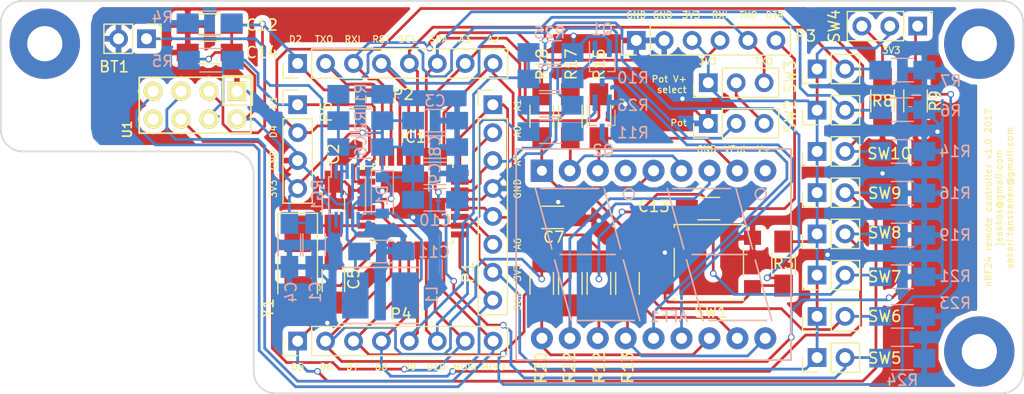
<source format=kicad_pcb>
(kicad_pcb (version 4) (host pcbnew 4.0.5-e0-6337~49~ubuntu16.04.1)
  (layers (0 F.Cu signal) (31 B.Cu signal hide) (34 B.Paste user) (35 F.Paste user) (36 B.SilkS user) (37 F.SilkS user) (38 B.Mask user) (39 F.Mask user) (44 Edge.Cuts user))
  (net 0 "")
  (net 1 "Net-(AFF1-Pad1)")
  (net 2 "Net-(AFF1-Pad2)")
  (net 3 "Net-(AFF1-Pad3)")
  (net 4 "Net-(AFF1-Pad10)")
  (net 5 "Net-(AFF1-Pad11)")
  (net 6 "Net-(AFF1-Pad17)")
  (net 7 "Net-(AFF1-Pad12)")
  (net 8 "Net-(AFF1-Pad14)")
  (net 9 "Net-(AFF1-Pad13)")
  (net 10 VCC)
  (net 11 Earth)
  (net 12 3V3)
  (net 13 XTAL1)
  (net 14 XTAL2)
  (net 15 "Net-(C6-Pad1)")
  (net 16 AREF)
  (net 17 RESET)
  (net 18 DTR)
  (net 19 "Net-(D1-Pad2)")
  (net 20 D3)
  (net 21 D4)
  (net 22 D5)
  (net 23 D6)
  (net 24 D7)
  (net 25 D8)
  (net 26 D9)
  (net 27 D10)
  (net 28 MOSI)
  (net 29 MISO)
  (net 30 SCK)
  (net 31 A6)
  (net 32 A7)
  (net 33 A0)
  (net 34 A1)
  (net 35 A2)
  (net 36 A3)
  (net 37 SDA)
  (net 38 SCL)
  (net 39 RXI)
  (net 40 TXO)
  (net 41 D2)
  (net 42 "Net-(P6-Pad2)")
  (net 43 "Net-(Q1-Pad1)")
  (net 44 "Net-(Q2-Pad1)")
  (module Mounting_Holes:MountingHole_3.2mm_M3_Pad (layer F.Cu) (at 21 55.2)
    (fp_text reference REF** hide)
    (fp_text value MountingHole_3.2mm_M3_Pad)
    (pad 1 thru_hole circle (at 0 0) (size 6.4 6.4) (drill 3.2) (layers *.Cu *.Mask))
  )
  (module Mounting_Holes:MountingHole_3.2mm_M3_Pad (layer F.Cu) (at 106 55.2)
    (fp_text reference REF** hide)
    (fp_text value MountingHole_3.2mm_M3_Pad)
    (pad 1 thru_hole circle (at 0 0) (size 6.4 6.4) (drill 3.2) (layers *.Cu *.Mask))
  )
  (module Buttons_Switches_SMD:SW_SPST_B3S-1000 (layer F.Cu) (at 81.4 75.1 180)
    (fp_text reference SW1 (at -0.2 -4.5 180) (layer F.SilkS))
    (fp_text value SW_RST)
    (pad 1 smd rect (at -3.975 -2.25 180) (size 1.55 1.3) (layers F.Cu F.Paste F.Mask) (net 17 RESET))
    (pad 1 smd rect (at 3.975 -2.25 180) (size 1.55 1.3) (layers F.Cu F.Paste F.Mask) (net 17 RESET))
    (pad 2 smd rect (at -3.975 2.25 180) (size 1.55 1.3) (layers F.Cu F.Paste F.Mask) (net 11 Earth))
    (pad 2 smd rect (at 3.975 2.25 180) (size 1.55 1.3) (layers F.Cu F.Paste F.Mask) (net 11 Earth))
  )
  (module Housings_QFP:TQFP-32_7x7mm_Pitch0.8mm (layer F.Cu) (at 54.5 69.75)
    (fp_text reference IC1 (at 0 -6.05) (layer F.SilkS))
    (fp_text value ATMEGA328P-A)
    (pad 1 smd rect (at -4.25 -2.8) (size 1.6 0.55) (layers F.Cu F.Paste F.Mask) (net 20 D3))
    (pad 2 smd rect (at -4.25 -2) (size 1.6 0.55) (layers F.Cu F.Paste F.Mask) (net 21 D4))
    (pad 3 smd rect (at -4.25 -1.2) (size 1.6 0.55) (layers F.Cu F.Paste F.Mask) (net 11 Earth))
    (pad 4 smd rect (at -4.25 -0.4) (size 1.6 0.55) (layers F.Cu F.Paste F.Mask) (net 12 3V3))
    (pad 5 smd rect (at -4.25 0.4) (size 1.6 0.55) (layers F.Cu F.Paste F.Mask) (net 11 Earth))
    (pad 6 smd rect (at -4.25 1.2) (size 1.6 0.55) (layers F.Cu F.Paste F.Mask) (net 12 3V3))
    (pad 7 smd rect (at -4.25 2) (size 1.6 0.55) (layers F.Cu F.Paste F.Mask) (net 13 XTAL1))
    (pad 8 smd rect (at -4.25 2.8) (size 1.6 0.55) (layers F.Cu F.Paste F.Mask) (net 14 XTAL2))
    (pad 9 smd rect (at -2.8 4.25 90) (size 1.6 0.55) (layers F.Cu F.Paste F.Mask) (net 22 D5))
    (pad 10 smd rect (at -2 4.25 90) (size 1.6 0.55) (layers F.Cu F.Paste F.Mask) (net 23 D6))
    (pad 11 smd rect (at -1.2 4.25 90) (size 1.6 0.55) (layers F.Cu F.Paste F.Mask) (net 24 D7))
    (pad 12 smd rect (at -0.4 4.25 90) (size 1.6 0.55) (layers F.Cu F.Paste F.Mask) (net 25 D8))
    (pad 13 smd rect (at 0.4 4.25 90) (size 1.6 0.55) (layers F.Cu F.Paste F.Mask) (net 26 D9))
    (pad 14 smd rect (at 1.2 4.25 90) (size 1.6 0.55) (layers F.Cu F.Paste F.Mask) (net 27 D10))
    (pad 15 smd rect (at 2 4.25 90) (size 1.6 0.55) (layers F.Cu F.Paste F.Mask) (net 28 MOSI))
    (pad 16 smd rect (at 2.8 4.25 90) (size 1.6 0.55) (layers F.Cu F.Paste F.Mask) (net 29 MISO))
    (pad 17 smd rect (at 4.25 2.8) (size 1.6 0.55) (layers F.Cu F.Paste F.Mask) (net 30 SCK))
    (pad 18 smd rect (at 4.25 2) (size 1.6 0.55) (layers F.Cu F.Paste F.Mask) (net 12 3V3))
    (pad 19 smd rect (at 4.25 1.2) (size 1.6 0.55) (layers F.Cu F.Paste F.Mask) (net 31 A6))
    (pad 20 smd rect (at 4.25 0.4) (size 1.6 0.55) (layers F.Cu F.Paste F.Mask) (net 16 AREF))
    (pad 21 smd rect (at 4.25 -0.4) (size 1.6 0.55) (layers F.Cu F.Paste F.Mask) (net 11 Earth))
    (pad 22 smd rect (at 4.25 -1.2) (size 1.6 0.55) (layers F.Cu F.Paste F.Mask) (net 32 A7))
    (pad 23 smd rect (at 4.25 -2) (size 1.6 0.55) (layers F.Cu F.Paste F.Mask) (net 33 A0))
    (pad 24 smd rect (at 4.25 -2.8) (size 1.6 0.55) (layers F.Cu F.Paste F.Mask) (net 34 A1))
    (pad 25 smd rect (at 2.8 -4.25 90) (size 1.6 0.55) (layers F.Cu F.Paste F.Mask) (net 35 A2))
    (pad 26 smd rect (at 2 -4.25 90) (size 1.6 0.55) (layers F.Cu F.Paste F.Mask) (net 36 A3))
    (pad 27 smd rect (at 1.2 -4.25 90) (size 1.6 0.55) (layers F.Cu F.Paste F.Mask) (net 37 SDA))
    (pad 28 smd rect (at 0.4 -4.25 90) (size 1.6 0.55) (layers F.Cu F.Paste F.Mask) (net 38 SCL))
    (pad 29 smd rect (at -0.4 -4.25 90) (size 1.6 0.55) (layers F.Cu F.Paste F.Mask) (net 17 RESET))
    (pad 30 smd rect (at -1.2 -4.25 90) (size 1.6 0.55) (layers F.Cu F.Paste F.Mask) (net 39 RXI))
    (pad 31 smd rect (at -2 -4.25 90) (size 1.6 0.55) (layers F.Cu F.Paste F.Mask) (net 40 TXO))
    (pad 32 smd rect (at -2.8 -4.25 90) (size 1.6 0.55) (layers F.Cu F.Paste F.Mask) (net 41 D2))
  )
  (module Resistors_SMD:R_1206_HandSoldering (layer F.Cu) (at 68.8 61.8 90)
    (fp_text reference R17 (at 4.725 0.075 90) (layer F.SilkS))
    (fp_text value 130)
    (pad 1 smd rect (at -2 0 90) (size 2 1.7) (layers F.Cu F.Paste F.Mask) (net 2 "Net-(AFF1-Pad2)"))
    (pad 2 smd rect (at 2 0 90) (size 2 1.7) (layers F.Cu F.Paste F.Mask) (net 37 SDA))
  )
  (module Displays_7-Segment:DA56 (layer B.Cu) (at 76.375 74.375)
    (fp_text reference AFF1 (at 1.375 5.625) (layer B.SilkS) (effects (justify mirror)))
    (fp_text value LDD-C514RI)
    (pad 1 thru_hole rect (at -10.16 -7.62) (size 2.032 2.032) (drill 0.9144) (layers *.Cu *.Mask) (net 1 "Net-(AFF1-Pad1)"))
    (pad 2 thru_hole circle (at -7.62 -7.62) (size 2 2) (drill 1) (layers *.Cu *.Mask) (net 2 "Net-(AFF1-Pad2)"))
    (pad 3 thru_hole circle (at -5.08 -7.62) (size 2 2) (drill 1) (layers *.Cu *.Mask) (net 3 "Net-(AFF1-Pad3)"))
    (pad 4 thru_hole circle (at -2.54 -7.62) (size 2 2) (drill 1) (layers *.Cu *.Mask))
    (pad 15 thru_hole circle (at -2.54 7.62) (size 2 2) (drill 1) (layers *.Cu *.Mask) (net 4 "Net-(AFF1-Pad10)"))
    (pad 16 thru_hole circle (at -5.08 7.62) (size 2 2) (drill 1) (layers *.Cu *.Mask) (net 5 "Net-(AFF1-Pad11)"))
    (pad 17 thru_hole circle (at -7.62 7.62) (size 2 2) (drill 1) (layers *.Cu *.Mask) (net 6 "Net-(AFF1-Pad17)"))
    (pad 18 thru_hole circle (at -10.16 7.62) (size 2 2) (drill 1) (layers *.Cu *.Mask) (net 7 "Net-(AFF1-Pad12)"))
    (pad 5 thru_hole circle (at 0 -7.62) (size 2 2) (drill 1) (layers *.Cu *.Mask) (net 1 "Net-(AFF1-Pad1)"))
    (pad 6 thru_hole circle (at 2.54 -7.62) (size 2 2) (drill 1) (layers *.Cu *.Mask) (net 2 "Net-(AFF1-Pad2)"))
    (pad 7 thru_hole circle (at 5.08 -7.62) (size 2 2) (drill 1) (layers *.Cu *.Mask) (net 6 "Net-(AFF1-Pad17)"))
    (pad 8 thru_hole circle (at 7.62 -7.62) (size 2 2) (drill 1) (layers *.Cu *.Mask) (net 3 "Net-(AFF1-Pad3)"))
    (pad 14 thru_hole circle (at 0 7.62) (size 2 2) (drill 1) (layers *.Cu *.Mask) (net 8 "Net-(AFF1-Pad14)"))
    (pad 13 thru_hole circle (at 2.54 7.62) (size 2 2) (drill 1) (layers *.Cu *.Mask) (net 9 "Net-(AFF1-Pad13)"))
    (pad 12 thru_hole circle (at 5.08 7.62) (size 2 2) (drill 1) (layers *.Cu *.Mask) (net 7 "Net-(AFF1-Pad12)"))
    (pad 11 thru_hole circle (at 7.62 7.62) (size 2 2) (drill 1) (layers *.Cu *.Mask) (net 5 "Net-(AFF1-Pad11)"))
    (pad 9 thru_hole circle (at 10.16 -7.62) (size 2 2) (drill 1) (layers *.Cu *.Mask))
    (pad 10 thru_hole circle (at 10.16 7.62) (size 2 2) (drill 1) (layers *.Cu *.Mask) (net 4 "Net-(AFF1-Pad10)"))
  )
  (module Capacitors_SMD:C_1206_HandSoldering (layer B.Cu) (at 45.5 73.5 270)
    (fp_text reference C1 (at 4.3 -0.1 270) (layer B.SilkS) (effects (justify mirror)))
    (fp_text value 10uF)
    (pad 1 smd rect (at -2 0 270) (size 2 1.6) (layers B.Cu B.Paste B.Mask) (net 12 3V3))
    (pad 2 smd rect (at 2 0 270) (size 2 1.6) (layers B.Cu B.Paste B.Mask) (net 11 Earth))
  )
  (module Capacitors_SMD:C_1206_HandSoldering (layer F.Cu) (at 47.25 69.75 90)
    (fp_text reference C2 (at 4.5 0 90) (layer F.SilkS))
    (fp_text value 18pF)
    (pad 1 smd rect (at -2 0 90) (size 2 1.6) (layers F.Cu F.Paste F.Mask) (net 13 XTAL1))
    (pad 2 smd rect (at 2 0 90) (size 2 1.6) (layers F.Cu F.Paste F.Mask) (net 11 Earth))
  )
  (module Capacitors_SMD:C_1206_HandSoldering (layer B.Cu) (at 56.5 62.2)
    (fp_text reference C3 (at 0 -1.8 180) (layer B.SilkS) (effects (justify mirror)))
    (fp_text value 10µF)
    (pad 1 smd rect (at -2 0) (size 2 1.6) (layers B.Cu B.Paste B.Mask) (net 12 3V3))
    (pad 2 smd rect (at 2 0) (size 2 1.6) (layers B.Cu B.Paste B.Mask) (net 11 Earth))
  )
  (module Capacitors_SMD:C_1206_HandSoldering (layer B.Cu) (at 43.25 73.5 270)
    (fp_text reference C4 (at 4.3 -0.15 270) (layer B.SilkS) (effects (justify mirror)))
    (fp_text value 100nF)
    (pad 1 smd rect (at -2 0 270) (size 2 1.6) (layers B.Cu B.Paste B.Mask) (net 12 3V3))
    (pad 2 smd rect (at 2 0 270) (size 2 1.6) (layers B.Cu B.Paste B.Mask) (net 11 Earth))
  )
  (module Capacitors_SMD:C_1206_HandSoldering (layer F.Cu) (at 47.25 76.75 270)
    (fp_text reference C5 (at -0.15 -1.85 270) (layer F.SilkS))
    (fp_text value 18pF)
    (pad 1 smd rect (at -2 0 270) (size 2 1.6) (layers F.Cu F.Paste F.Mask) (net 14 XTAL2))
    (pad 2 smd rect (at 2 0 270) (size 2 1.6) (layers F.Cu F.Paste F.Mask) (net 11 Earth))
  )
  (module Capacitors_SMD:C_1206_HandSoldering (layer B.Cu) (at 49.7 64.6)
    (fp_text reference C6 (at 0.05 -0.1 270) (layer B.SilkS) (effects (justify mirror)))
    (fp_text value 4.7pF)
    (pad 1 smd rect (at -2 0) (size 2 1.6) (layers B.Cu B.Paste B.Mask) (net 15 "Net-(C6-Pad1)"))
    (pad 2 smd rect (at 2 0) (size 2 1.6) (layers B.Cu B.Paste B.Mask) (net 12 3V3))
  )
  (module Capacitors_SMD:C_1206_HandSoldering (layer F.Cu) (at 67.2 71)
    (fp_text reference C7 (at 0.1 1.8) (layer F.SilkS))
    (fp_text value 100nF)
    (pad 1 smd rect (at -2 0) (size 2 1.6) (layers F.Cu F.Paste F.Mask) (net 16 AREF))
    (pad 2 smd rect (at 2 0) (size 2 1.6) (layers F.Cu F.Paste F.Mask) (net 11 Earth))
  )
  (module Capacitors_SMD:C_1206_HandSoldering (layer B.Cu) (at 56.5 64.6 180)
    (fp_text reference C8 (at 0 0.1 270) (layer B.SilkS) (effects (justify mirror)))
    (fp_text value 100uF)
    (pad 1 smd rect (at -2 0 180) (size 2 1.6) (layers B.Cu B.Paste B.Mask) (net 11 Earth))
    (pad 2 smd rect (at 2 0 180) (size 2 1.6) (layers B.Cu B.Paste B.Mask) (net 12 3V3))
  )
  (module Capacitors_SMD:C_1206_HandSoldering (layer B.Cu) (at 56.5 67 180)
    (fp_text reference C9 (at 0 0 270) (layer B.SilkS) (effects (justify mirror)))
    (fp_text value 100uF)
    (pad 1 smd rect (at -2 0 180) (size 2 1.6) (layers B.Cu B.Paste B.Mask) (net 11 Earth))
    (pad 2 smd rect (at 2 0 180) (size 2 1.6) (layers B.Cu B.Paste B.Mask) (net 12 3V3))
  )
  (module Capacitors_SMD:C_1206_HandSoldering (layer B.Cu) (at 56.5 69.4 180)
    (fp_text reference C10 (at 0 -1.85 360) (layer B.SilkS) (effects (justify mirror)))
    (fp_text value 100uF)
    (pad 1 smd rect (at -2 0 180) (size 2 1.6) (layers B.Cu B.Paste B.Mask) (net 11 Earth))
    (pad 2 smd rect (at 2 0 180) (size 2 1.6) (layers B.Cu B.Paste B.Mask) (net 12 3V3))
  )
  (module Capacitors_SMD:C_1206_HandSoldering (layer B.Cu) (at 51.6 74.1)
    (fp_text reference C11 (at 4.8 0.05) (layer B.SilkS) (effects (justify mirror)))
    (fp_text value 10µF)
    (pad 1 smd rect (at -2 0) (size 2 1.6) (layers B.Cu B.Paste B.Mask) (net 10 VCC))
    (pad 2 smd rect (at 2 0) (size 2 1.6) (layers B.Cu B.Paste B.Mask) (net 11 Earth))
  )
  (module Capacitors_SMD:C_1206_HandSoldering (layer F.Cu) (at 36 53.5 180)
    (fp_text reference C12 (at -4.75 0 180) (layer F.SilkS))
    (fp_text value 100nF)
    (pad 1 smd rect (at -2 0 180) (size 2 1.6) (layers F.Cu F.Paste F.Mask) (net 12 3V3))
    (pad 2 smd rect (at 2 0 180) (size 2 1.6) (layers F.Cu F.Paste F.Mask) (net 11 Earth))
  )
  (module Capacitors_SMD:C_1206_HandSoldering (layer F.Cu) (at 81.4 70.2)
    (fp_text reference C13 (at -5 -0.2) (layer F.SilkS))
    (fp_text value 100nF)
    (pad 1 smd rect (at -2 0) (size 2 1.6) (layers F.Cu F.Paste F.Mask) (net 17 RESET))
    (pad 2 smd rect (at 2 0) (size 2 1.6) (layers F.Cu F.Paste F.Mask) (net 18 DTR))
  )
  (module Capacitors_SMD:C_1206_HandSoldering (layer F.Cu) (at 36 56 180)
    (fp_text reference C14 (at -4.75 0 180) (layer F.SilkS))
    (fp_text value 10uF)
    (pad 1 smd rect (at -2 0 180) (size 2 1.6) (layers F.Cu F.Paste F.Mask) (net 12 3V3))
    (pad 2 smd rect (at 2 0 180) (size 2 1.6) (layers F.Cu F.Paste F.Mask) (net 11 Earth))
  )
  (module Diodes_SMD:D_SOD-123 (layer B.Cu) (at 51.7 69 270)
    (fp_text reference D1 (at 0 0 270) (layer B.SilkS) (effects (justify mirror)))
    (fp_text value MBR0520LT1GOSCT-ND)
    (pad 1 smd rect (at -1.65 0 270) (size 0.9 1.2) (layers B.Cu B.Paste B.Mask) (net 12 3V3))
    (pad 2 smd rect (at 1.65 0 270) (size 0.9 1.2) (layers B.Cu B.Paste B.Mask) (net 19 "Net-(D1-Pad2)"))
  )
  (module Inductors:Inductor_Taiyo-Yuden_NR-50xx_HandSoldering (layer B.Cu) (at 51.5 78.1 180)
    (fp_text reference L1 (at -4.7 0 450) (layer B.SilkS) (effects (justify mirror)))
    (fp_text value "4.7µH LQH5BPB4R7NT0L")
    (pad 1 smd rect (at -2.25 0 180) (size 2.4 4.2) (layers B.Cu B.Paste B.Mask) (net 19 "Net-(D1-Pad2)"))
    (pad 2 smd rect (at 2.25 0 180) (size 2.4 4.2) (layers B.Cu B.Paste B.Mask) (net 10 VCC))
  )
  (module Pin_Headers:Pin_Header_Straight_1x08_Pitch2.54mm (layer F.Cu) (at 61.75 60.75)
    (fp_text reference P1 (at -2.25 15.25 90) (layer F.SilkS))
    (fp_text value "Atmega right")
    (pad 1 thru_hole rect (at 0 0) (size 1.7 1.7) (drill 1) (layers *.Cu *.Mask) (net 34 A1))
    (pad 2 thru_hole oval (at 0 2.54) (size 1.7 1.7) (drill 1) (layers *.Cu *.Mask) (net 33 A0))
    (pad 3 thru_hole oval (at 0 5.08) (size 1.7 1.7) (drill 1) (layers *.Cu *.Mask) (net 32 A7))
    (pad 4 thru_hole oval (at 0 7.62) (size 1.7 1.7) (drill 1) (layers *.Cu *.Mask) (net 11 Earth))
    (pad 5 thru_hole oval (at 0 10.16) (size 1.7 1.7) (drill 1) (layers *.Cu *.Mask) (net 16 AREF))
    (pad 6 thru_hole oval (at 0 12.7) (size 1.7 1.7) (drill 1) (layers *.Cu *.Mask) (net 31 A6))
    (pad 7 thru_hole oval (at 0 15.24) (size 1.7 1.7) (drill 1) (layers *.Cu *.Mask) (net 12 3V3))
    (pad 8 thru_hole oval (at 0 17.78) (size 1.7 1.7) (drill 1) (layers *.Cu *.Mask) (net 30 SCK))
  )
  (module Pin_Headers:Pin_Header_Straight_1x08_Pitch2.54mm (layer F.Cu) (at 44 57 90)
    (fp_text reference P2 (at -2.8 9.6 180) (layer F.SilkS))
    (fp_text value "Atmega top")
    (pad 1 thru_hole rect (at 0 0 90) (size 1.7 1.7) (drill 1) (layers *.Cu *.Mask) (net 41 D2))
    (pad 2 thru_hole oval (at 0 2.54 90) (size 1.7 1.7) (drill 1) (layers *.Cu *.Mask) (net 40 TXO))
    (pad 3 thru_hole oval (at 0 5.08 90) (size 1.7 1.7) (drill 1) (layers *.Cu *.Mask) (net 39 RXI))
    (pad 4 thru_hole oval (at 0 7.62 90) (size 1.7 1.7) (drill 1) (layers *.Cu *.Mask) (net 17 RESET))
    (pad 5 thru_hole oval (at 0 10.16 90) (size 1.7 1.7) (drill 1) (layers *.Cu *.Mask) (net 38 SCL))
    (pad 6 thru_hole oval (at 0 12.7 90) (size 1.7 1.7) (drill 1) (layers *.Cu *.Mask) (net 37 SDA))
    (pad 7 thru_hole oval (at 0 15.24 90) (size 1.7 1.7) (drill 1) (layers *.Cu *.Mask) (net 36 A3))
    (pad 8 thru_hole oval (at 0 17.78 90) (size 1.7 1.7) (drill 1) (layers *.Cu *.Mask) (net 35 A2))
  )
  (module Pin_Headers:Pin_Header_Straight_1x06_Pitch2.54mm (layer F.Cu) (at 74.8 54.9 90)
    (fp_text reference P3 (at 0.4 15.4 180) (layer F.SilkS))
    (fp_text value "Programming header")
    (pad 1 thru_hole rect (at 0 0 90) (size 1.7 1.7) (drill 1) (layers *.Cu *.Mask) (net 11 Earth))
    (pad 2 thru_hole oval (at 0 2.54 90) (size 1.7 1.7) (drill 1) (layers *.Cu *.Mask) (net 11 Earth))
    (pad 3 thru_hole oval (at 0 5.08 90) (size 1.7 1.7) (drill 1) (layers *.Cu *.Mask) (net 12 3V3))
    (pad 4 thru_hole oval (at 0 7.62 90) (size 1.7 1.7) (drill 1) (layers *.Cu *.Mask) (net 39 RXI))
    (pad 5 thru_hole oval (at 0 10.16 90) (size 1.7 1.7) (drill 1) (layers *.Cu *.Mask) (net 40 TXO))
    (pad 6 thru_hole oval (at 0 12.7 90) (size 1.7 1.7) (drill 1) (layers *.Cu *.Mask) (net 18 DTR))
  )
  (module Pin_Headers:Pin_Header_Straight_1x08_Pitch2.54mm (layer F.Cu) (at 44 82.25 90)
    (fp_text reference P4 (at 2.45 9.4 180) (layer F.SilkS))
    (fp_text value "Atmega bottom")
    (pad 1 thru_hole rect (at 0 0 90) (size 1.7 1.7) (drill 1) (layers *.Cu *.Mask) (net 22 D5))
    (pad 2 thru_hole oval (at 0 2.54 90) (size 1.7 1.7) (drill 1) (layers *.Cu *.Mask) (net 23 D6))
    (pad 3 thru_hole oval (at 0 5.08 90) (size 1.7 1.7) (drill 1) (layers *.Cu *.Mask) (net 24 D7))
    (pad 4 thru_hole oval (at 0 7.62 90) (size 1.7 1.7) (drill 1) (layers *.Cu *.Mask) (net 25 D8))
    (pad 5 thru_hole oval (at 0 10.16 90) (size 1.7 1.7) (drill 1) (layers *.Cu *.Mask) (net 26 D9))
    (pad 6 thru_hole oval (at 0 12.7 90) (size 1.7 1.7) (drill 1) (layers *.Cu *.Mask) (net 27 D10))
    (pad 7 thru_hole oval (at 0 15.24 90) (size 1.7 1.7) (drill 1) (layers *.Cu *.Mask) (net 28 MOSI))
    (pad 8 thru_hole oval (at 0 17.78 90) (size 1.7 1.7) (drill 1) (layers *.Cu *.Mask) (net 29 MISO))
  )
  (module Pin_Headers:Pin_Header_Straight_1x03_Pitch2.54mm (layer F.Cu) (at 81.35 58.75 90)
    (fp_text reference P6 hide)
    (fp_text value "Pot hdr")
    (pad 1 thru_hole rect (at 0 0 90) (size 1.7 1.7) (drill 1) (layers *.Cu *.Mask) (net 12 3V3))
    (pad 2 thru_hole oval (at 0 2.54 90) (size 1.7 1.7) (drill 1) (layers *.Cu *.Mask) (net 42 "Net-(P6-Pad2)"))
    (pad 3 thru_hole oval (at 0 5.08 90) (size 1.7 1.7) (drill 1) (layers *.Cu *.Mask) (net 40 TXO))
  )
  (module TO_SOT_Packages_SMD:SOT-323_SC-70_Handsoldering (layer B.Cu) (at 71.7 57 270)
    (fp_text reference Q1 (at -3.1 0 360) (layer B.SilkS) (effects (justify mirror)))
    (fp_text value BSS214NWH6327XTSA1)
    (pad 1 smd rect (at -1.33 0.65) (size 0.45 1.5) (layers B.Cu B.Paste B.Mask) (net 43 "Net-(Q1-Pad1)"))
    (pad 2 smd rect (at -1.33 -0.65) (size 0.45 1.5) (layers B.Cu B.Paste B.Mask) (net 11 Earth))
    (pad 3 smd rect (at 1.33 0) (size 0.45 1.5) (layers B.Cu B.Paste B.Mask) (net 9 "Net-(AFF1-Pad13)"))
  )
  (module TO_SOT_Packages_SMD:SOT-323_SC-70_Handsoldering (layer B.Cu) (at 71.7 61.9 270)
    (fp_text reference Q2 (at 3 -0.1 360) (layer B.SilkS) (effects (justify mirror)))
    (fp_text value BSS214NWH6327XTSA1)
    (pad 1 smd rect (at -1.33 0.65) (size 0.45 1.5) (layers B.Cu B.Paste B.Mask) (net 44 "Net-(Q2-Pad1)"))
    (pad 2 smd rect (at -1.33 -0.65) (size 0.45 1.5) (layers B.Cu B.Paste B.Mask) (net 11 Earth))
    (pad 3 smd rect (at 1.33 0) (size 0.45 1.5) (layers B.Cu B.Paste B.Mask) (net 8 "Net-(AFF1-Pad14)"))
  )
  (module Resistors_SMD:R_1206_HandSoldering (layer B.Cu) (at 49.7 59.8)
    (fp_text reference R1 (at 0.05 -0.05 90) (layer B.SilkS) (effects (justify mirror)))
    (fp_text value 604K)
    (pad 1 smd rect (at -2 0) (size 2 1.7) (layers B.Cu B.Paste B.Mask) (net 15 "Net-(C6-Pad1)"))
    (pad 2 smd rect (at 2 0) (size 2 1.7) (layers B.Cu B.Paste B.Mask) (net 11 Earth))
  )
  (module Resistors_SMD:R_1206_HandSoldering (layer B.Cu) (at 49.7 62.2)
    (fp_text reference R2 (at 0.05 0.05 90) (layer B.SilkS) (effects (justify mirror)))
    (fp_text value 1M)
    (pad 1 smd rect (at -2 0) (size 2 1.7) (layers B.Cu B.Paste B.Mask) (net 15 "Net-(C6-Pad1)"))
    (pad 2 smd rect (at 2 0) (size 2 1.7) (layers B.Cu B.Paste B.Mask) (net 12 3V3))
  )
  (module Resistors_SMD:R_1206_HandSoldering (layer F.Cu) (at 88.2 75.2 270)
    (fp_text reference R3 (at 0 0 360) (layer F.SilkS))
    (fp_text value 10K)
    (pad 1 smd rect (at -2 0 270) (size 2 1.7) (layers F.Cu F.Paste F.Mask) (net 12 3V3))
    (pad 2 smd rect (at 2 0 270) (size 2 1.7) (layers F.Cu F.Paste F.Mask) (net 17 RESET))
  )
  (module Resistors_SMD:R_1206_HandSoldering (layer B.Cu) (at 36 53.3 180)
    (fp_text reference R4 (at 4.3 0.5 180) (layer B.SilkS) (effects (justify mirror)))
    (fp_text value 10K)
    (pad 1 smd rect (at -2 0 180) (size 2 1.7) (layers B.Cu B.Paste B.Mask) (net 41 D2))
    (pad 2 smd rect (at 2 0 180) (size 2 1.7) (layers B.Cu B.Paste B.Mask) (net 11 Earth))
  )
  (module Resistors_SMD:R_1206_HandSoldering (layer B.Cu) (at 36.1 56.7 180)
    (fp_text reference R5 (at 4.4 -0.1 180) (layer B.SilkS) (effects (justify mirror)))
    (fp_text value 10K)
    (pad 1 smd rect (at -2 0 180) (size 2 1.7) (layers B.Cu B.Paste B.Mask) (net 20 D3))
    (pad 2 smd rect (at 2 0 180) (size 2 1.7) (layers B.Cu B.Paste B.Mask) (net 12 3V3))
  )
  (module Resistors_SMD:R_1206_HandSoldering (layer B.Cu) (at 99 61.2 180)
    (fp_text reference R6 (at -4.4 -0.1 180) (layer B.SilkS) (effects (justify mirror)))
    (fp_text value 10K)
    (pad 1 smd rect (at -2 0 180) (size 2 1.7) (layers B.Cu B.Paste B.Mask) (net 11 Earth))
    (pad 2 smd rect (at 2 0 180) (size 2 1.7) (layers B.Cu B.Paste B.Mask) (net 37 SDA))
  )
  (module Resistors_SMD:R_1206_HandSoldering (layer B.Cu) (at 99 57.6 180)
    (fp_text reference R7 (at -4.4 -1 180) (layer B.SilkS) (effects (justify mirror)))
    (fp_text value 10K)
    (pad 1 smd rect (at -2 0 180) (size 2 1.7) (layers B.Cu B.Paste B.Mask) (net 11 Earth))
    (pad 2 smd rect (at 2 0 180) (size 2 1.7) (layers B.Cu B.Paste B.Mask) (net 38 SCL))
  )
  (module Resistors_SMD:R_1206_HandSoldering (layer F.Cu) (at 97.2 60.4 90)
    (fp_text reference R8 (at 0 0 180) (layer F.SilkS))
    (fp_text value 10K)
    (pad 1 smd rect (at -2 0 90) (size 2 1.7) (layers F.Cu F.Paste F.Mask) (net 11 Earth))
    (pad 2 smd rect (at 2 0 90) (size 2 1.7) (layers F.Cu F.Paste F.Mask) (net 23 D6))
  )
  (module Resistors_SMD:R_1206_HandSoldering (layer F.Cu) (at 100.2 60.4 90)
    (fp_text reference R9 (at 0 1.8 90) (layer F.SilkS))
    (fp_text value 10K)
    (pad 1 smd rect (at -2 0 90) (size 2 1.7) (layers F.Cu F.Paste F.Mask) (net 11 Earth))
    (pad 2 smd rect (at 2 0 90) (size 2 1.7) (layers F.Cu F.Paste F.Mask) (net 24 D7))
  )
  (module Resistors_SMD:R_1206_HandSoldering (layer B.Cu) (at 67 58.4)
    (fp_text reference R10 (at 7.5 -0.1) (layer B.SilkS) (effects (justify mirror)))
    (fp_text value 100)
    (pad 1 smd rect (at -2 0) (size 2 1.7) (layers B.Cu B.Paste B.Mask) (net 26 D9))
    (pad 2 smd rect (at 2 0) (size 2 1.7) (layers B.Cu B.Paste B.Mask) (net 43 "Net-(Q1-Pad1)"))
  )
  (module Resistors_SMD:R_1206_HandSoldering (layer B.Cu) (at 67 63.2)
    (fp_text reference R11 (at 7.5 0.1 180) (layer B.SilkS) (effects (justify mirror)))
    (fp_text value 100)
    (pad 1 smd rect (at -2 0) (size 2 1.7) (layers B.Cu B.Paste B.Mask) (net 27 D10))
    (pad 2 smd rect (at 2 0) (size 2 1.7) (layers B.Cu B.Paste B.Mask) (net 44 "Net-(Q2-Pad1)"))
  )
  (module Resistors_SMD:R_1206_HandSoldering (layer F.Cu) (at 71.4 77 90)
    (fp_text reference R12 (at -7.675 0.025 90) (layer F.SilkS))
    (fp_text value 130)
    (pad 1 smd rect (at -2 0 90) (size 2 1.7) (layers F.Cu F.Paste F.Mask) (net 5 "Net-(AFF1-Pad11)"))
    (pad 2 smd rect (at 2 0 90) (size 2 1.7) (layers F.Cu F.Paste F.Mask) (net 34 A1))
  )
  (module Resistors_SMD:R_1206_HandSoldering (layer F.Cu) (at 74 77 90)
    (fp_text reference R13 (at -7.675 0.025 90) (layer F.SilkS))
    (fp_text value 130)
    (pad 1 smd rect (at -2 0 90) (size 2 1.7) (layers F.Cu F.Paste F.Mask) (net 4 "Net-(AFF1-Pad10)"))
    (pad 2 smd rect (at 2 0 90) (size 2 1.7) (layers F.Cu F.Paste F.Mask) (net 35 A2))
  )
  (module Resistors_SMD:R_1206_HandSoldering (layer B.Cu) (at 99 65 180)
    (fp_text reference R14 (at -4.8 0 180) (layer B.SilkS) (effects (justify mirror)))
    (fp_text value 10K)
    (pad 1 smd rect (at -2 0 180) (size 2 1.7) (layers B.Cu B.Paste B.Mask) (net 11 Earth))
    (pad 2 smd rect (at 2 0 180) (size 2 1.7) (layers B.Cu B.Paste B.Mask) (net 21 D4))
  )
  (module Resistors_SMD:R_1206_HandSoldering (layer F.Cu) (at 71.4 61.8 90)
    (fp_text reference R15 (at 4.725 0.025 90) (layer F.SilkS))
    (fp_text value 130)
    (pad 1 smd rect (at -2 0 90) (size 2 1.7) (layers F.Cu F.Paste F.Mask) (net 3 "Net-(AFF1-Pad3)"))
    (pad 2 smd rect (at 2 0 90) (size 2 1.7) (layers F.Cu F.Paste F.Mask) (net 36 A3))
  )
  (module Resistors_SMD:R_1206_HandSoldering (layer B.Cu) (at 99 68.8 180)
    (fp_text reference R16 (at -4.8 0 180) (layer B.SilkS) (effects (justify mirror)))
    (fp_text value 10K)
    (pad 1 smd rect (at -2 0 180) (size 2 1.7) (layers B.Cu B.Paste B.Mask) (net 11 Earth))
    (pad 2 smd rect (at 2 0 180) (size 2 1.7) (layers B.Cu B.Paste B.Mask) (net 22 D5))
  )
  (module Resistors_SMD:R_1206_HandSoldering (layer F.Cu) (at 66.2 61.8 90)
    (fp_text reference R18 (at 4.725 0.025 90) (layer F.SilkS))
    (fp_text value 130)
    (pad 1 smd rect (at -2 0 90) (size 2 1.7) (layers F.Cu F.Paste F.Mask) (net 1 "Net-(AFF1-Pad1)"))
    (pad 2 smd rect (at 2 0 90) (size 2 1.7) (layers F.Cu F.Paste F.Mask) (net 38 SCL))
  )
  (module Resistors_SMD:R_1206_HandSoldering (layer B.Cu) (at 99 72.6 180)
    (fp_text reference R19 (at -4.8 0 180) (layer B.SilkS) (effects (justify mirror)))
    (fp_text value 10K)
    (pad 1 smd rect (at -2 0 180) (size 2 1.7) (layers B.Cu B.Paste B.Mask) (net 11 Earth))
    (pad 2 smd rect (at 2 0 180) (size 2 1.7) (layers B.Cu B.Paste B.Mask) (net 25 D8))
  )
  (module Resistors_SMD:R_1206_HandSoldering (layer F.Cu) (at 66.2 77 90)
    (fp_text reference R20 (at -7.675 -0.075 90) (layer F.SilkS))
    (fp_text value 130)
    (pad 1 smd rect (at -2 0 90) (size 2 1.7) (layers F.Cu F.Paste F.Mask) (net 7 "Net-(AFF1-Pad12)"))
    (pad 2 smd rect (at 2 0 90) (size 2 1.7) (layers F.Cu F.Paste F.Mask) (net 23 D6))
  )
  (module Resistors_SMD:R_1206_HandSoldering (layer B.Cu) (at 99 76.4 180)
    (fp_text reference R21 (at -4.8 0.05 180) (layer B.SilkS) (effects (justify mirror)))
    (fp_text value 10K)
    (pad 1 smd rect (at -2 0 180) (size 2 1.7) (layers B.Cu B.Paste B.Mask) (net 11 Earth))
    (pad 2 smd rect (at 2 0 180) (size 2 1.7) (layers B.Cu B.Paste B.Mask) (net 34 A1))
  )
  (module Resistors_SMD:R_1206_HandSoldering (layer F.Cu) (at 68.8 77 90)
    (fp_text reference R22 (at -7.675 -0.075 270) (layer F.SilkS))
    (fp_text value 130)
    (pad 1 smd rect (at -2 0 90) (size 2 1.7) (layers F.Cu F.Paste F.Mask) (net 6 "Net-(AFF1-Pad17)"))
    (pad 2 smd rect (at 2 0 90) (size 2 1.7) (layers F.Cu F.Paste F.Mask) (net 24 D7))
  )
  (module Resistors_SMD:R_1206_HandSoldering (layer B.Cu) (at 99 80 180)
    (fp_text reference R23 (at -4.8 1.2 180) (layer B.SilkS) (effects (justify mirror)))
    (fp_text value 10K)
    (pad 1 smd rect (at -2 0 180) (size 2 1.7) (layers B.Cu B.Paste B.Mask) (net 11 Earth))
    (pad 2 smd rect (at 2 0 180) (size 2 1.7) (layers B.Cu B.Paste B.Mask) (net 35 A2))
  )
  (module Resistors_SMD:R_1206_HandSoldering (layer B.Cu) (at 99 83.8 180)
    (fp_text reference R24 (at 0 -2 180) (layer B.SilkS) (effects (justify mirror)))
    (fp_text value 10K)
    (pad 1 smd rect (at -2 0 180) (size 2 1.7) (layers B.Cu B.Paste B.Mask) (net 11 Earth))
    (pad 2 smd rect (at 2 0 180) (size 2 1.7) (layers B.Cu B.Paste B.Mask) (net 36 A3))
  )
  (module Resistors_SMD:R_1206_HandSoldering (layer B.Cu) (at 67 56)
    (fp_text reference R25 (at -0.1 -1.8) (layer B.SilkS) (effects (justify mirror)))
    (fp_text value 10K)
    (pad 1 smd rect (at -2 0) (size 2 1.7) (layers B.Cu B.Paste B.Mask) (net 26 D9))
    (pad 2 smd rect (at 2 0) (size 2 1.7) (layers B.Cu B.Paste B.Mask) (net 11 Earth))
  )
  (module Resistors_SMD:R_1206_HandSoldering (layer B.Cu) (at 67 60.8)
    (fp_text reference R26 (at 7.5 0) (layer B.SilkS) (effects (justify mirror)))
    (fp_text value 10K)
    (pad 1 smd rect (at -2 0) (size 2 1.7) (layers B.Cu B.Paste B.Mask) (net 27 D10))
    (pad 2 smd rect (at 2 0) (size 2 1.7) (layers B.Cu B.Paste B.Mask) (net 11 Earth))
  )
  (module Housings_SSOP:MSOP-10_3x3mm_Pitch0.5mm (layer B.Cu) (at 48.5 69 270)
    (fp_text reference RG1 (at 0 2.7 450) (layer B.SilkS) (effects (justify mirror)))
    (fp_text value LT1944EMS#PBF)
    (pad 1 smd rect (at -2.2 1 270) (size 1.4 0.3) (layers B.Cu B.Paste B.Mask))
    (pad 2 smd rect (at -2.2 0.5 270) (size 1.4 0.3) (layers B.Cu B.Paste B.Mask) (net 11 Earth))
    (pad 3 smd rect (at -2.2 0 270) (size 1.4 0.3) (layers B.Cu B.Paste B.Mask) (net 11 Earth))
    (pad 4 smd rect (at -2.2 -0.5 270) (size 1.4 0.3) (layers B.Cu B.Paste B.Mask) (net 10 VCC))
    (pad 5 smd rect (at -2.2 -1 270) (size 1.4 0.3) (layers B.Cu B.Paste B.Mask) (net 15 "Net-(C6-Pad1)"))
    (pad 6 smd rect (at 2.2 -1 270) (size 1.4 0.3) (layers B.Cu B.Paste B.Mask) (net 19 "Net-(D1-Pad2)"))
    (pad 7 smd rect (at 2.2 -0.5 270) (size 1.4 0.3) (layers B.Cu B.Paste B.Mask) (net 11 Earth))
    (pad 8 smd rect (at 2.2 0 270) (size 1.4 0.3) (layers B.Cu B.Paste B.Mask) (net 10 VCC))
    (pad 9 smd rect (at 2.2 0.5 270) (size 1.4 0.3) (layers B.Cu B.Paste B.Mask) (net 11 Earth))
    (pad 10 smd rect (at 2.2 1 270) (size 1.4 0.3) (layers B.Cu B.Paste B.Mask))
  )
  (module Pin_Headers:Pin_Header_Straight_1x03_Pitch2.54mm (layer F.Cu) (at 81.35 62.45 90)
    (fp_text reference RV1 hide)
    (fp_text value POT)
    (pad 1 thru_hole rect (at 0 0 90) (size 1.7 1.7) (drill 1) (layers *.Cu *.Mask) (net 11 Earth))
    (pad 2 thru_hole oval (at 0 2.54 90) (size 1.7 1.7) (drill 1) (layers *.Cu *.Mask) (net 32 A7))
    (pad 3 thru_hole oval (at 0 5.08 90) (size 1.7 1.7) (drill 1) (layers *.Cu *.Mask) (net 42 "Net-(P6-Pad2)"))
  )
  (module Pin_Headers:Pin_Header_Straight_1x02_Pitch2.54mm (layer F.Cu) (at 91.25 61.25 90)
    (fp_text reference SW2 (at -0.55 -2.45 270) (layer F.SilkS))
    (fp_text value SW_SPST)
    (pad 1 thru_hole rect (at 0 0 90) (size 1.7 1.7) (drill 1) (layers *.Cu *.Mask) (net 12 3V3))
    (pad 2 thru_hole oval (at 0 2.54 90) (size 1.7 1.7) (drill 1) (layers *.Cu *.Mask) (net 37 SDA))
  )
  (module Pin_Headers:Pin_Header_Straight_1x02_Pitch2.54mm (layer F.Cu) (at 91.25 57.5 90)
    (fp_text reference SW3 (at -0.7 -2.45 270) (layer F.SilkS))
    (fp_text value SW_SPST)
    (pad 1 thru_hole rect (at 0 0 90) (size 1.7 1.7) (drill 1) (layers *.Cu *.Mask) (net 12 3V3))
    (pad 2 thru_hole oval (at 0 2.54 90) (size 1.7 1.7) (drill 1) (layers *.Cu *.Mask) (net 38 SCL))
  )
  (module Pin_Headers:Pin_Header_Straight_1x02_Pitch2.54mm (layer F.Cu) (at 91.25 83.75 90)
    (fp_text reference SW5 (at -0.05 6.15 360) (layer F.SilkS))
    (fp_text value SW_SPST)
    (pad 1 thru_hole rect (at 0 0 90) (size 1.7 1.7) (drill 1) (layers *.Cu *.Mask) (net 12 3V3))
    (pad 2 thru_hole oval (at 0 2.54 90) (size 1.7 1.7) (drill 1) (layers *.Cu *.Mask) (net 36 A3))
  )
  (module Pin_Headers:Pin_Header_Straight_1x02_Pitch2.54mm (layer F.Cu) (at 91.25 80 90)
    (fp_text reference SW6 (at 0 6.15 360) (layer F.SilkS))
    (fp_text value SW_SPST)
    (pad 1 thru_hole rect (at 0 0 90) (size 1.7 1.7) (drill 1) (layers *.Cu *.Mask) (net 12 3V3))
    (pad 2 thru_hole oval (at 0 2.54 90) (size 1.7 1.7) (drill 1) (layers *.Cu *.Mask) (net 35 A2))
  )
  (module Pin_Headers:Pin_Header_Straight_1x02_Pitch2.54mm (layer F.Cu) (at 91.25 76.25 90)
    (fp_text reference SW7 (at -0.15 6.15 180) (layer F.SilkS))
    (fp_text value SW_SPST)
    (pad 1 thru_hole rect (at 0 0 90) (size 1.7 1.7) (drill 1) (layers *.Cu *.Mask) (net 12 3V3))
    (pad 2 thru_hole oval (at 0 2.54 90) (size 1.7 1.7) (drill 1) (layers *.Cu *.Mask) (net 34 A1))
  )
  (module Pin_Headers:Pin_Header_Straight_1x02_Pitch2.54mm (layer F.Cu) (at 91.25 72.5 90)
    (fp_text reference SW8 (at 0.1 6.15 360) (layer F.SilkS))
    (fp_text value SW_SPST)
    (pad 1 thru_hole rect (at 0 0 90) (size 1.7 1.7) (drill 1) (layers *.Cu *.Mask) (net 12 3V3))
    (pad 2 thru_hole oval (at 0 2.54 90) (size 1.7 1.7) (drill 1) (layers *.Cu *.Mask) (net 25 D8))
  )
  (module Pin_Headers:Pin_Header_Straight_1x02_Pitch2.54mm (layer F.Cu) (at 91.25 68.75 90)
    (fp_text reference SW9 (at -0.05 6.15 360) (layer F.SilkS))
    (fp_text value SW_SPST)
    (pad 1 thru_hole rect (at 0 0 90) (size 1.7 1.7) (drill 1) (layers *.Cu *.Mask) (net 12 3V3))
    (pad 2 thru_hole oval (at 0 2.54 90) (size 1.7 1.7) (drill 1) (layers *.Cu *.Mask) (net 22 D5))
  )
  (module Pin_Headers:Pin_Header_Straight_1x02_Pitch2.54mm (layer F.Cu) (at 91.25 65 90)
    (fp_text reference SW10 (at -0.2 6.55 360) (layer F.SilkS))
    (fp_text value SW_SPST)
    (pad 1 thru_hole rect (at 0 0 90) (size 1.7 1.7) (drill 1) (layers *.Cu *.Mask) (net 12 3V3))
    (pad 2 thru_hole oval (at 0 2.54 90) (size 1.7 1.7) (drill 1) (layers *.Cu *.Mask) (net 21 D4))
  )
  (module mysensors_radios:NRF24L01 (layer F.Cu) (at 40 58)
    (fp_text reference U1 (at -11.5 5 270) (layer F.SilkS) (effects (font (size 0.8 0.8) (thickness 0.16))))
    (fp_text value nRF24L01+ hide)
    (pad 7 thru_hole oval (at -9.144 1.524) (size 1.7272 1.7272) (drill 1.016) (layers *.Cu *.Mask F.SilkS) (net 29 MISO))
    (pad 8 thru_hole oval (at -9.144 4.064) (size 1.7272 1.7272) (drill 1.016) (layers *.Cu *.Mask F.SilkS))
    (pad 5 thru_hole oval (at -6.604 1.524) (size 1.7272 1.7272) (drill 1.016) (layers *.Cu *.Mask F.SilkS) (net 30 SCK))
    (pad 6 thru_hole oval (at -6.604 4.064) (size 1.7272 1.7272) (drill 1.016) (layers *.Cu *.Mask F.SilkS) (net 28 MOSI))
    (pad 3 thru_hole oval (at -4.064 1.524) (size 1.7272 1.7272) (drill 1.016) (layers *.Cu *.Mask F.SilkS) (net 41 D2))
    (pad 4 thru_hole oval (at -4.064 4.064) (size 1.7272 1.7272) (drill 1.016) (layers *.Cu *.Mask F.SilkS) (net 20 D3))
    (pad 1 thru_hole rect (at -1.524 1.524) (size 1.7272 1.7272) (drill 1.016) (layers *.Cu *.Mask F.SilkS) (net 11 Earth))
    (pad 2 thru_hole oval (at -1.524 4.064) (size 1.7272 1.7272) (drill 1.016) (layers *.Cu *.Mask F.SilkS) (net 12 3V3))
  )
  (module Crystals:Crystal_SMD_Abracon_ABM3-2pin_5.0x3.2mm_HandSoldering (layer F.Cu) (at 44 75.25 270)
    (fp_text reference Y1 (at 4 2.7 270) (layer F.SilkS))
    (fp_text value Crystal)
    (pad 1 smd rect (at -2.7625 0 270) (size 3.325 2.4) (layers F.Cu F.Paste F.Mask) (net 13 XTAL1))
    (pad 2 smd rect (at 2.7625 0 270) (size 3.325 2.4) (layers F.Cu F.Paste F.Mask) (net 14 XTAL2))
  )
  (module Pin_Headers:Pin_Header_Straight_1x04_Pitch2.54mm (layer F.Cu) (at 44 60.75)
    (fp_text reference P5 (at 2.6 0.65 90) (layer F.SilkS))
    (fp_text value "Atmega left")
    (pad 1 thru_hole rect (at 0 0) (size 1.7 1.7) (drill 1) (layers *.Cu *.Mask) (net 20 D3))
    (pad 2 thru_hole oval (at 0 2.54) (size 1.7 1.7) (drill 1) (layers *.Cu *.Mask) (net 21 D4))
    (pad 3 thru_hole oval (at 0 5.08) (size 1.7 1.7) (drill 1) (layers *.Cu *.Mask) (net 11 Earth))
    (pad 4 thru_hole oval (at 0 7.62) (size 1.7 1.7) (drill 1) (layers *.Cu *.Mask) (net 12 3V3))
  )
  (module Pin_Headers:Pin_Header_Straight_1x02_Pitch2.54mm (layer F.Cu) (at 30.25 54.75 270)
    (fp_text reference BT1 (at 2.55 2.95 360) (layer F.SilkS))
    (fp_text value Battery_Cell)
    (pad 1 thru_hole rect (at 0 0 270) (size 1.7 1.7) (drill 1) (layers *.Cu *.Mask) (net 10 VCC))
    (pad 2 thru_hole oval (at 0 2.54 270) (size 1.7 1.7) (drill 1) (layers *.Cu *.Mask) (net 11 Earth))
  )
  (module Pin_Headers:Pin_Header_Straight_1x03_Pitch2.54mm (layer F.Cu) (at 100.4 53.6 270)
    (fp_text reference SW4 (at 0 7.6 450) (layer F.SilkS))
    (fp_text value SW_SPDT)
    (pad 1 thru_hole rect (at 0 0 270) (size 1.7 1.7) (drill 1) (layers *.Cu *.Mask) (net 24 D7))
    (pad 2 thru_hole oval (at 0 2.54 270) (size 1.7 1.7) (drill 1) (layers *.Cu *.Mask) (net 12 3V3))
    (pad 3 thru_hole oval (at 0 5.08 270) (size 1.7 1.7) (drill 1) (layers *.Cu *.Mask) (net 23 D6))
  )
  (module Mounting_Holes:MountingHole_3.2mm_M3_Pad (layer F.Cu) (at 106 83.2)
    (fp_text reference REF** hide)
    (fp_text value MountingHole_3.2mm_M3_Pad)
    (pad 1 thru_hole circle (at 0 0) (size 6.4 6.4) (drill 3.2) (layers *.Cu *.Mask))
  )
  (gr_text TXO (at 86.4 56.8) (layer F.SilkS) (effects (font (size 0.6 0.6) (thickness 0.1))))
  (gr_text 3V3 (at 81.3 56.8) (layer F.SilkS) (effects (font (size 0.6 0.6) (thickness 0.1))))
  (gr_text 3V3 (at 98 55.8) (layer F.SilkS) (effects (font (size 0.6 0.6) (thickness 0.1))))
  (gr_text Pot (at 78.65 62.4) (layer F.SilkS) (effects (font (size 0.6 0.6) (thickness 0.1))))
  (gr_text "Pot V+\n select" (at 77.8 58.9) (layer F.SilkS) (effects (font (size 0.6 0.6) (thickness 0.1))))
  (gr_text V+ (at 86.4 64.8) (layer F.SilkS) (effects (font (size 0.6 0.6) (thickness 0.1))))
  (gr_text GND (at 81.2 64.8) (layer F.SilkS) (effects (font (size 0.6 0.6) (thickness 0.1))))
  (gr_text VPot (at 83.8 64.8) (layer F.SilkS) (effects (font (size 0.6 0.6) (thickness 0.1))))
  (gr_text DTR (at 87.4 52.6) (layer F.SilkS) (effects (font (size 0.6 0.6) (thickness 0.1))))
  (gr_text TXO (at 85 52.6) (layer F.SilkS) (effects (font (size 0.6 0.6) (thickness 0.1))))
  (gr_text RXI (at 82.4 52.6) (layer F.SilkS) (effects (font (size 0.6 0.6) (thickness 0.1))))
  (gr_text 3V3 (at 79.8 52.6) (layer F.SilkS) (effects (font (size 0.6 0.6) (thickness 0.1))))
  (gr_text GND (at 77.2 52.6) (layer F.SilkS) (effects (font (size 0.6 0.6) (thickness 0.1))))
  (gr_text GND (at 74.8 52.6) (layer F.SilkS) (effects (font (size 0.6 0.6) (thickness 0.1))))
  (gr_text A1 (at 64 60.8 90) (layer F.SilkS) (effects (font (size 0.6 0.6) (thickness 0.1))))
  (gr_text A0 (at 64 63.2 90) (layer F.SilkS) (effects (font (size 0.6 0.6) (thickness 0.1))))
  (gr_text A7 (at 64 65.8 90) (layer F.SilkS) (effects (font (size 0.6 0.6) (thickness 0.1))))
  (gr_text GND (at 64 68.4 90) (layer F.SilkS) (effects (font (size 0.6 0.6) (thickness 0.1))))
  (gr_text A6 (at 64 73.4 90) (layer F.SilkS) (effects (font (size 0.6 0.6) (thickness 0.1))))
  (gr_text 3V3 (at 64 76 90) (layer F.SilkS) (effects (font (size 0.6 0.6) (thickness 0.1))))
  (gr_text SCK (at 64 78.6 90) (layer F.SilkS) (effects (font (size 0.6 0.6) (thickness 0.1))))
  (gr_text MISO (at 61.8 84.6) (layer F.SilkS) (effects (font (size 0.6 0.6) (thickness 0.1))))
  (gr_text MOSI (at 59.2 84.6) (layer F.SilkS) (effects (font (size 0.6 0.6) (thickness 0.1))))
  (gr_text D10 (at 56.6 84.6) (layer F.SilkS) (effects (font (size 0.6 0.6) (thickness 0.1))))
  (gr_text D9 (at 54.2 84.6) (layer F.SilkS) (effects (font (size 0.6 0.6) (thickness 0.1))))
  (gr_text D8 (at 51.6 84.6) (layer F.SilkS) (effects (font (size 0.6 0.6) (thickness 0.1))))
  (gr_text D7 (at 49 84.6) (layer F.SilkS) (effects (font (size 0.6 0.6) (thickness 0.1))))
  (gr_text D6 (at 46.6 84.6) (layer F.SilkS) (effects (font (size 0.6 0.6) (thickness 0.1))))
  (gr_text D5 (at 44 84.6) (layer F.SilkS) (effects (font (size 0.6 0.6) (thickness 0.1))))
  (gr_text 3V3 (at 41.8 68.4 90) (layer F.SilkS) (effects (font (size 0.6 0.6) (thickness 0.1))))
  (gr_text GND (at 41.8 65.8 90) (layer F.SilkS) (effects (font (size 0.6 0.6) (thickness 0.1))))
  (gr_text D4 (at 41.8 63.2 90) (layer F.SilkS) (effects (font (size 0.6 0.6) (thickness 0.1))))
  (gr_text D3 (at 41.8 60.6 90) (layer F.SilkS) (effects (font (size 0.6 0.6) (thickness 0.1))))
  (gr_text A2 (at 61.8 54.8) (layer F.SilkS) (effects (font (size 0.6 0.6) (thickness 0.1))))
  (gr_text A3 (at 59.2 54.8) (layer F.SilkS) (effects (font (size 0.6 0.6) (thickness 0.1))))
  (gr_text SDA (at 56.8 54.8) (layer F.SilkS) (effects (font (size 0.6 0.6) (thickness 0.1))))
  (gr_text SCL (at 54 54.8) (layer F.SilkS) (effects (font (size 0.6 0.6) (thickness 0.1))))
  (gr_text RST (at 51.6 54.8) (layer F.SilkS) (effects (font (size 0.6 0.6) (thickness 0.1))))
  (gr_text RXI (at 49 54.8) (layer F.SilkS) (effects (font (size 0.6 0.6) (thickness 0.1))))
  (gr_text TXO (at 46.4 54.8) (layer F.SilkS) (effects (font (size 0.6 0.6) (thickness 0.1))))
  (gr_text D2 (at 43.8 54.8) (layer F.SilkS) (effects (font (size 0.6 0.6) (thickness 0.1))))
  (gr_text "nRF24 remote controller v1.0 2017\njaakkos@gmail.com\nsakari.tanskanen@gmail.com" (at 107.8 69.2 90) (layer F.SilkS) (effects (font (size 0.6 0.6) (thickness 0.1))))
  (gr_line (start 19 65) (end 38 65) (angle 90) (layer Edge.Cuts) (width 0.15))
  (gr_line (start 17 53.3) (end 17 63) (angle 90) (layer Edge.Cuts) (width 0.15))
  (gr_arc (start 19 63) (end 19 65) (angle 90) (layer Edge.Cuts) (width 0.15))
  (gr_line (start 40 67) (end 40 85) (angle 90) (layer Edge.Cuts) (width 0.15))
  (gr_arc (start 38 67) (end 38 65) (angle 90) (layer Edge.Cuts) (width 0.15))
  (gr_arc (start 42 85) (end 42 87) (angle 90) (layer Edge.Cuts) (width 0.15))
  (gr_arc (start 19 53.3) (end 17 53.3) (angle 90) (layer Edge.Cuts) (width 0.15))
  (gr_arc (start 108 85) (end 110 85) (angle 90) (layer Edge.Cuts) (width 0.15))
  (gr_arc (start 108 53.3) (end 108 51.3) (angle 90) (layer Edge.Cuts) (width 0.15))
  (gr_line (start 42 87) (end 108 87) (angle 90) (layer Edge.Cuts) (width 0.15))
  (gr_line (start 110 53.3) (end 110 85) (angle 90) (layer Edge.Cuts) (width 0.15))
  (gr_line (start 19 51.3) (end 108 51.3) (angle 90) (layer Edge.Cuts) (width 0.15))
  (segment (start 66.215 66.755) (end 66.215 66.815) (width 0.25) (layer F.Cu) (net 1))
  (segment (start 66.215 66.815) (end 67.7 68.3) (width 0.25) (layer F.Cu) (net 1))
  (segment (start 74.83 68.3) (end 76.375 66.755) (width 0.25) (layer F.Cu) (net 1))
  (segment (start 67.7 68.3) (end 74.83 68.3) (width 0.25) (layer F.Cu) (net 1))
  (segment (start 66.2 63.8) (end 66.2 66.74) (width 0.25) (layer F.Cu) (net 1))
  (segment (start 66.2 66.74) (end 66.215 66.755) (width 0.25) (layer F.Cu) (net 1))
  (segment (start 78.915 66.755) (end 78.915 66.215) (width 0.25) (layer B.Cu) (net 2))
  (segment (start 78.915 66.215) (end 78.1 65.4) (width 0.25) (layer B.Cu) (net 2))
  (segment (start 78.1 65.4) (end 70.11 65.4) (width 0.25) (layer B.Cu) (net 2))
  (segment (start 70.11 65.4) (end 68.755 66.755) (width 0.25) (layer B.Cu) (net 2))
  (segment (start 68.8 63.8) (end 68.8 66.71) (width 0.25) (layer F.Cu) (net 2))
  (segment (start 68.8 66.71) (end 68.755 66.755) (width 0.25) (layer F.Cu) (net 2))
  (segment (start 71.4 63.8) (end 81.04 63.8) (width 0.25) (layer F.Cu) (net 3))
  (segment (start 81.04 63.8) (end 83.995 66.755) (width 0.25) (layer F.Cu) (net 3))
  (segment (start 71.4 63.8) (end 71.4 66.65) (width 0.25) (layer F.Cu) (net 3))
  (segment (start 71.4 66.65) (end 71.295 66.755) (width 0.25) (layer F.Cu) (net 3))
  (segment (start 73.835 81.995) (end 73.835 82.135) (width 0.25) (layer B.Cu) (net 4))
  (segment (start 73.835 82.135) (end 75.3 83.6) (width 0.25) (layer B.Cu) (net 4))
  (segment (start 84.93 83.6) (end 86.535 81.995) (width 0.25) (layer B.Cu) (net 4))
  (segment (start 75.3 83.6) (end 84.93 83.6) (width 0.25) (layer B.Cu) (net 4))
  (segment (start 74 79) (end 74 81.83) (width 0.25) (layer F.Cu) (net 4))
  (segment (start 74 81.83) (end 73.835 81.995) (width 0.25) (layer F.Cu) (net 4))
  (segment (start 71.4 79) (end 71.4 78.1) (width 0.25) (layer F.Cu) (net 5))
  (segment (start 71.4 78.1) (end 72 77.5) (width 0.25) (layer F.Cu) (net 5))
  (segment (start 82.1 80.1) (end 83.995 81.995) (width 0.25) (layer F.Cu) (net 5))
  (segment (start 76.4 80.1) (end 82.1 80.1) (width 0.25) (layer F.Cu) (net 5))
  (segment (start 75.3 79) (end 76.4 80.1) (width 0.25) (layer F.Cu) (net 5))
  (segment (start 75.3 77.850002) (end 75.3 79) (width 0.25) (layer F.Cu) (net 5))
  (segment (start 74.949998 77.5) (end 75.3 77.850002) (width 0.25) (layer F.Cu) (net 5))
  (segment (start 72 77.5) (end 74.949998 77.5) (width 0.25) (layer F.Cu) (net 5))
  (segment (start 71.4 79) (end 71.4 81.89) (width 0.25) (layer F.Cu) (net 5))
  (segment (start 71.4 81.89) (end 71.295 81.995) (width 0.25) (layer F.Cu) (net 5))
  (segment (start 68.755 81.995) (end 68.755 72.945) (width 0.25) (layer B.Cu) (net 6))
  (segment (start 81.455 67.945) (end 81.455 66.755) (width 0.25) (layer B.Cu) (net 6))
  (segment (start 80.1 69.3) (end 81.455 67.945) (width 0.25) (layer B.Cu) (net 6))
  (segment (start 72.4 69.3) (end 80.1 69.3) (width 0.25) (layer B.Cu) (net 6))
  (segment (start 68.755 72.945) (end 72.4 69.3) (width 0.25) (layer B.Cu) (net 6))
  (segment (start 68.8 79) (end 68.8 81.95) (width 0.25) (layer F.Cu) (net 6))
  (segment (start 68.8 81.95) (end 68.755 81.995) (width 0.25) (layer F.Cu) (net 6))
  (segment (start 66.215 81.995) (end 66.215 82.715) (width 0.25) (layer F.Cu) (net 7))
  (segment (start 66.215 82.715) (end 67 83.5) (width 0.25) (layer F.Cu) (net 7))
  (segment (start 79.95 83.5) (end 81.455 81.995) (width 0.25) (layer F.Cu) (net 7))
  (segment (start 67 83.5) (end 79.95 83.5) (width 0.25) (layer F.Cu) (net 7))
  (segment (start 66.2 79) (end 66.2 81.98) (width 0.25) (layer F.Cu) (net 7))
  (segment (start 66.2 81.98) (end 66.215 81.995) (width 0.25) (layer F.Cu) (net 7))
  (segment (start 71.7 63.23) (end 71.7 63.9) (width 0.25) (layer B.Cu) (net 8))
  (segment (start 71.7 63.9) (end 72.7 64.9) (width 0.25) (layer B.Cu) (net 8))
  (segment (start 72.7 64.9) (end 87.4 64.9) (width 0.25) (layer B.Cu) (net 8))
  (segment (start 87.4 64.9) (end 88.5 66) (width 0.25) (layer B.Cu) (net 8))
  (segment (start 88.5 66) (end 88.5 67.5) (width 0.25) (layer B.Cu) (net 8))
  (segment (start 88.5 67.5) (end 76.375 79.625) (width 0.25) (layer B.Cu) (net 8))
  (segment (start 76.375 79.625) (end 76.375 81.995) (width 0.25) (layer B.Cu) (net 8))
  (segment (start 71.7 58.33) (end 73.33 58.33) (width 0.25) (layer B.Cu) (net 9))
  (segment (start 78.915 77.785) (end 78.915 81.995) (width 0.25) (layer B.Cu) (net 9))
  (segment (start 89 67.7) (end 78.915 77.785) (width 0.25) (layer B.Cu) (net 9))
  (segment (start 89 65.7) (end 89 67.7) (width 0.25) (layer B.Cu) (net 9))
  (segment (start 87.7 64.4) (end 89 65.7) (width 0.25) (layer B.Cu) (net 9))
  (segment (start 79.4 64.4) (end 87.7 64.4) (width 0.25) (layer B.Cu) (net 9))
  (segment (start 73.33 58.33) (end 79.4 64.4) (width 0.25) (layer B.Cu) (net 9))
  (segment (start 49.25 78.1) (end 49.25 74.45) (width 0.25) (layer B.Cu) (net 10))
  (segment (start 49.25 74.45) (end 49.6 74.1) (width 0.25) (layer B.Cu) (net 10))
  (segment (start 48.5 72.95) (end 48.5 73) (width 0.25) (layer B.Cu) (net 10))
  (segment (start 48.5 71.2) (end 48.5 72.95) (width 0.25) (layer B.Cu) (net 10))
  (segment (start 48.5 73) (end 49.6 74.1) (width 0.25) (layer B.Cu) (net 10))
  (segment (start 49 66.8) (end 49 69.3) (width 0.25) (layer B.Cu) (net 10))
  (segment (start 49 69.3) (end 48.5 69.8) (width 0.25) (layer B.Cu) (net 10))
  (segment (start 30.25 54.75) (end 40.15 54.75) (width 0.25) (layer B.Cu) (net 10))
  (segment (start 40.15 54.75) (end 41 55.6) (width 0.25) (layer B.Cu) (net 10))
  (segment (start 41 55.6) (end 41 58.5) (width 0.25) (layer B.Cu) (net 10))
  (segment (start 47.6 69.8) (end 48.5 69.8) (width 0.25) (layer B.Cu) (net 10))
  (segment (start 41 58.5) (end 41.5 59) (width 0.25) (layer B.Cu) (net 10))
  (segment (start 45 59) (end 46.2 60.2) (width 0.25) (layer B.Cu) (net 10))
  (segment (start 41.5 59) (end 45 59) (width 0.25) (layer B.Cu) (net 10))
  (segment (start 46.2 60.2) (end 46.2 68.4) (width 0.25) (layer B.Cu) (net 10))
  (segment (start 46.2 68.4) (end 47.6 69.8) (width 0.25) (layer B.Cu) (net 10))
  (segment (start 48.5 69.8) (end 48.5 71.2) (width 0.25) (layer B.Cu) (net 10))
  (segment (start 97.2 67) (end 99.2 67) (width 0.25) (layer B.Cu) (net 11))
  (via (at 97.2 67) (size 0.6) (drill 0.4) (layers F.Cu B.Cu) (net 11))
  (segment (start 97.2 62.4) (end 97.2 67) (width 0.25) (layer F.Cu) (net 11))
  (segment (start 99.2 67) (end 101 68.8) (width 0.25) (layer B.Cu) (net 11))
  (segment (start 102.2 63.2) (end 102.2 62.4) (width 0.25) (layer B.Cu) (net 11))
  (segment (start 101.4 62.4) (end 102.2 63.2) (width 0.25) (layer F.Cu) (net 11))
  (via (at 102.2 63.2) (size 0.6) (drill 0.4) (layers F.Cu B.Cu) (net 11))
  (segment (start 100.2 62.4) (end 101.4 62.4) (width 0.25) (layer F.Cu) (net 11))
  (segment (start 102.2 62.4) (end 101 61.2) (width 0.25) (layer B.Cu) (net 11))
  (segment (start 53.6 74.1) (end 52.7 74.1) (width 0.25) (layer B.Cu) (net 11))
  (segment (start 52.7 74.1) (end 51.1 72.5) (width 0.25) (layer B.Cu) (net 11))
  (segment (start 46.7 80.6) (end 46.7 76.7) (width 0.25) (layer B.Cu) (net 11))
  (segment (start 47.25 80.05) (end 46.7 80.6) (width 0.25) (layer F.Cu) (net 11))
  (via (at 46.7 80.6) (size 0.6) (drill 0.4) (layers F.Cu B.Cu) (net 11))
  (segment (start 47.25 78.75) (end 47.25 80.05) (width 0.25) (layer F.Cu) (net 11))
  (segment (start 46.7 76.7) (end 45.5 75.5) (width 0.25) (layer B.Cu) (net 11))
  (segment (start 45.5 75.5) (end 45.5 74.3) (width 0.25) (layer B.Cu) (net 11))
  (segment (start 45.5 74.3) (end 47.2 72.6) (width 0.25) (layer B.Cu) (net 11))
  (segment (start 48.3 69.1) (end 48.3 68.8) (width 0.25) (layer F.Cu) (net 11))
  (segment (start 48.2 69.2) (end 48.3 69.1) (width 0.25) (layer B.Cu) (net 11))
  (via (at 48.3 69.1) (size 0.6) (drill 0.4) (layers F.Cu B.Cu) (net 11))
  (segment (start 48.2 69.275) (end 48.2 69.2) (width 0.25) (layer B.Cu) (net 11))
  (segment (start 48.3 68.8) (end 47.25 67.75) (width 0.25) (layer F.Cu) (net 11))
  (segment (start 79 60.2) (end 79.1 60.2) (width 0.25) (layer F.Cu) (net 11))
  (segment (start 74.8 56) (end 79 60.2) (width 0.25) (layer B.Cu) (net 11))
  (via (at 79 60.2) (size 0.6) (drill 0.4) (layers F.Cu B.Cu) (net 11))
  (segment (start 74.8 54.9) (end 74.8 56) (width 0.25) (layer B.Cu) (net 11))
  (segment (start 79.1 60.2) (end 81.35 62.45) (width 0.25) (layer F.Cu) (net 11))
  (segment (start 92.2 74.4) (end 90.4 74.4) (width 0.25) (layer F.Cu) (net 11))
  (via (at 92.2 74.4) (size 0.6) (drill 0.4) (layers F.Cu B.Cu) (net 11))
  (segment (start 99.3 74.4) (end 92.2 74.4) (width 0.25) (layer B.Cu) (net 11))
  (segment (start 101 72.7) (end 99.3 74.4) (width 0.25) (layer B.Cu) (net 11))
  (segment (start 85.375 74.875) (end 85.375 72.85) (width 0.25) (layer F.Cu) (net 11))
  (segment (start 85.8 75.3) (end 85.375 74.875) (width 0.25) (layer F.Cu) (net 11))
  (segment (start 89.5 75.3) (end 85.8 75.3) (width 0.25) (layer F.Cu) (net 11))
  (segment (start 90.4 74.4) (end 89.5 75.3) (width 0.25) (layer F.Cu) (net 11))
  (segment (start 101 72.6) (end 101 72.7) (width 0.25) (layer B.Cu) (net 11))
  (segment (start 69.5 71.3) (end 71.4 71.3) (width 0.25) (layer F.Cu) (net 11))
  (segment (start 77.4 72.9) (end 74.268199 69.768199) (width 0.25) (layer B.Cu) (net 11))
  (segment (start 74.268199 69.768199) (end 72.931801 69.768199) (width 0.25) (layer B.Cu) (net 11))
  (segment (start 72.931801 69.768199) (end 71.4 71.3) (width 0.25) (layer B.Cu) (net 11))
  (via (at 71.4 71.3) (size 0.6) (drill 0.4) (layers F.Cu B.Cu) (net 11))
  (segment (start 77.425 74.175) (end 77.425 72.85) (width 0.25) (layer F.Cu) (net 11))
  (via (at 77.4 74.2) (size 0.6) (drill 0.4) (layers F.Cu B.Cu) (net 11))
  (segment (start 77.425 74.175) (end 77.4 74.2) (width 0.25) (layer F.Cu) (net 11))
  (segment (start 77.4 74.2) (end 77.4 72.9) (width 0.25) (layer B.Cu) (net 11))
  (segment (start 69.5 71.3) (end 69.2 71) (width 0.25) (layer F.Cu) (net 11))
  (segment (start 72.48 60.7) (end 73.8 60.7) (width 0.25) (layer B.Cu) (net 11))
  (segment (start 75.55 62.45) (end 81.35 62.45) (width 0.25) (layer F.Cu) (net 11))
  (via (at 73.8 60.7) (size 0.6) (drill 0.4) (layers F.Cu B.Cu) (net 11))
  (segment (start 75.55 62.45) (end 73.8 60.7) (width 0.25) (layer F.Cu) (net 11))
  (segment (start 72.48 60.7) (end 72.35 60.57) (width 0.25) (layer B.Cu) (net 11))
  (segment (start 69.1 55.9) (end 69.1 54.5) (width 0.25) (layer B.Cu) (net 11))
  (segment (start 69.5 54.9) (end 69.1 54.5) (width 0.25) (layer F.Cu) (net 11))
  (via (at 69.1 54.5) (size 0.6) (drill 0.4) (layers F.Cu B.Cu) (net 11))
  (segment (start 69.5 54.9) (end 74.8 54.9) (width 0.25) (layer F.Cu) (net 11))
  (segment (start 69.1 55.9) (end 69 56) (width 0.25) (layer B.Cu) (net 11))
  (segment (start 72.35 55.67) (end 72.35 54.95) (width 0.25) (layer B.Cu) (net 11))
  (segment (start 72.35 54.95) (end 71.950002 54.550002) (width 0.25) (layer B.Cu) (net 11))
  (segment (start 71.950002 54.550002) (end 70.449998 54.550002) (width 0.25) (layer B.Cu) (net 11))
  (segment (start 70.449998 54.550002) (end 69 56) (width 0.25) (layer B.Cu) (net 11))
  (segment (start 69 60.8) (end 68.8 60.8) (width 0.25) (layer B.Cu) (net 11))
  (segment (start 68.8 60.8) (end 67.650002 59.650002) (width 0.25) (layer B.Cu) (net 11))
  (segment (start 67.650002 57.349998) (end 69 56) (width 0.25) (layer B.Cu) (net 11))
  (segment (start 67.650002 59.650002) (end 67.650002 57.349998) (width 0.25) (layer B.Cu) (net 11))
  (segment (start 61.75 68.37) (end 61.75 68.25) (width 0.25) (layer B.Cu) (net 11))
  (segment (start 61.75 68.25) (end 64.8 65.2) (width 0.25) (layer B.Cu) (net 11))
  (segment (start 67.5 62.3) (end 69 60.8) (width 0.25) (layer B.Cu) (net 11))
  (segment (start 67.5 64) (end 67.5 62.3) (width 0.25) (layer B.Cu) (net 11))
  (segment (start 66.3 65.2) (end 67.5 64) (width 0.25) (layer B.Cu) (net 11))
  (segment (start 64.8 65.2) (end 66.3 65.2) (width 0.25) (layer B.Cu) (net 11))
  (segment (start 67.7 69.6) (end 62.98 69.6) (width 0.25) (layer B.Cu) (net 11))
  (via (at 67.7 69.6) (size 0.6) (drill 0.4) (layers F.Cu B.Cu) (net 11))
  (segment (start 69.1 71) (end 67.7 69.6) (width 0.25) (layer F.Cu) (net 11))
  (segment (start 62.98 69.6) (end 61.75 68.37) (width 0.25) (layer B.Cu) (net 11))
  (segment (start 69.2 71) (end 69.1 71) (width 0.25) (layer F.Cu) (net 11))
  (segment (start 51.8 68.6) (end 53.9 68.6) (width 0.25) (layer F.Cu) (net 11))
  (segment (start 54.5 69.2) (end 54.5 71) (width 0.25) (layer F.Cu) (net 11))
  (segment (start 53.9 68.6) (end 54.5 69.2) (width 0.25) (layer F.Cu) (net 11))
  (segment (start 49 71.2) (end 49 72.1) (width 0.25) (layer B.Cu) (net 11))
  (segment (start 49 72.1) (end 49.4 72.5) (width 0.25) (layer B.Cu) (net 11))
  (segment (start 49.4 72.5) (end 51.1 72.5) (width 0.25) (layer B.Cu) (net 11))
  (segment (start 51.1 72.5) (end 51.1 72.5) (width 0.25) (layer B.Cu) (net 11))
  (segment (start 50.3 68.6) (end 50.25 68.55) (width 0.25) (layer F.Cu) (net 11))
  (segment (start 50.3 68.6) (end 51.8 68.6) (width 0.25) (layer F.Cu) (net 11))
  (segment (start 51.8 68.6) (end 51.7 68.6) (width 0.25) (layer F.Cu) (net 11))
  (via (at 51.7 68.6) (size 0.6) (drill 0.4) (layers F.Cu B.Cu) (net 11))
  (segment (start 51 69.3) (end 51.7 68.6) (width 0.25) (layer B.Cu) (net 11))
  (segment (start 49.7 69.3) (end 51 69.3) (width 0.25) (layer B.Cu) (net 11))
  (segment (start 49 70) (end 49.7 69.3) (width 0.25) (layer B.Cu) (net 11))
  (segment (start 49 70) (end 49 71.2) (width 0.25) (layer B.Cu) (net 11))
  (segment (start 54.5 71) (end 54.5 71.1) (width 0.25) (layer B.Cu) (net 11))
  (segment (start 54.5 71.1) (end 55.1 71.7) (width 0.25) (layer B.Cu) (net 11))
  (via (at 54.5 71) (size 0.6) (drill 0.4) (layers F.Cu B.Cu) (net 11))
  (segment (start 56.15 69.35) (end 54.5 71) (width 0.25) (layer F.Cu) (net 11))
  (segment (start 58.75 69.35) (end 56.15 69.35) (width 0.25) (layer F.Cu) (net 11))
  (segment (start 56.6 67) (end 58.5 67) (width 0.25) (layer B.Cu) (net 11))
  (segment (start 55.1 71.7) (end 56.1 70.7) (width 0.25) (layer B.Cu) (net 11))
  (segment (start 56.1 70.7) (end 56.1 67.5) (width 0.25) (layer B.Cu) (net 11))
  (segment (start 56.1 67.5) (end 56.6 67) (width 0.25) (layer B.Cu) (net 11))
  (segment (start 62.48 69.1) (end 61.75 68.37) (width 0.25) (layer B.Cu) (net 11))
  (segment (start 60.77 69.35) (end 61.75 68.37) (width 0.25) (layer F.Cu) (net 11))
  (segment (start 58.75 69.35) (end 60.77 69.35) (width 0.25) (layer F.Cu) (net 11))
  (segment (start 44 65.2) (end 44 65.83) (width 0.25) (layer B.Cu) (net 11))
  (segment (start 42.6 63.8) (end 44 65.2) (width 0.25) (layer B.Cu) (net 11))
  (segment (start 42.6 62.7) (end 42.6 63.8) (width 0.25) (layer B.Cu) (net 11))
  (segment (start 39.424 59.524) (end 42.6 62.7) (width 0.25) (layer B.Cu) (net 11))
  (segment (start 38.476 59.524) (end 39.424 59.524) (width 0.25) (layer B.Cu) (net 11))
  (segment (start 48 71.2) (end 48 72.4) (width 0.25) (layer B.Cu) (net 11))
  (segment (start 45.5 67.33) (end 44 65.83) (width 0.25) (layer B.Cu) (net 11))
  (segment (start 45.5 68.6) (end 45.5 67.33) (width 0.25) (layer B.Cu) (net 11))
  (segment (start 46.9 70) (end 45.5 68.6) (width 0.25) (layer B.Cu) (net 11))
  (segment (start 46.9 72.3) (end 46.9 70) (width 0.25) (layer B.Cu) (net 11))
  (segment (start 47.2 72.6) (end 46.9 72.3) (width 0.25) (layer B.Cu) (net 11))
  (segment (start 47.8 72.6) (end 47.2 72.6) (width 0.25) (layer B.Cu) (net 11))
  (segment (start 48 72.4) (end 47.8 72.6) (width 0.25) (layer B.Cu) (net 11))
  (segment (start 48 66.8) (end 48.5 66.8) (width 0.25) (layer B.Cu) (net 11))
  (segment (start 48 66.8) (end 48 69.075) (width 0.25) (layer B.Cu) (net 11))
  (segment (start 48 69.075) (end 48.2 69.275) (width 0.25) (layer B.Cu) (net 11))
  (segment (start 48.2 69.275) (end 48.1 69.175) (width 0.25) (layer B.Cu) (net 11))
  (segment (start 47.25 67.75) (end 47.25 69.3) (width 0.25) (layer F.Cu) (net 11))
  (segment (start 49.2 70.15) (end 50.25 70.15) (width 0.25) (layer F.Cu) (net 11))
  (segment (start 48.1 70.15) (end 49.2 70.15) (width 0.25) (layer F.Cu) (net 11))
  (segment (start 47.25 69.3) (end 48.1 70.15) (width 0.25) (layer F.Cu) (net 11))
  (segment (start 47.25 67.75) (end 48.3 67.75) (width 0.25) (layer F.Cu) (net 11))
  (segment (start 49.2 68.55) (end 50.25 68.55) (width 0.25) (layer F.Cu) (net 11))
  (segment (start 49.1 68.55) (end 49.2 68.55) (width 0.25) (layer F.Cu) (net 11))
  (segment (start 48.3 67.75) (end 49.1 68.55) (width 0.25) (layer F.Cu) (net 11))
  (segment (start 43.4 70.1) (end 45.1 70.1) (width 0.25) (layer F.Cu) (net 11))
  (segment (start 45.1 70.1) (end 47.25 67.95) (width 0.25) (layer F.Cu) (net 11))
  (segment (start 47.25 67.95) (end 47.25 67.75) (width 0.25) (layer F.Cu) (net 11))
  (segment (start 42.7 69.4) (end 43.4 70.1) (width 0.25) (layer F.Cu) (net 11))
  (segment (start 42.7 67.13) (end 42.7 69.4) (width 0.25) (layer F.Cu) (net 11))
  (segment (start 44 65.83) (end 42.7 67.13) (width 0.25) (layer F.Cu) (net 11))
  (segment (start 44 65.7) (end 44 65.83) (width 0.25) (layer B.Cu) (net 11))
  (segment (start 61.52 68.6) (end 61.75 68.37) (width 0.25) (layer F.Cu) (net 11))
  (segment (start 55.1 71.7) (end 56.3 71.7) (width 0.25) (layer B.Cu) (net 11))
  (segment (start 57 72.4) (end 57 78) (width 0.25) (layer B.Cu) (net 11))
  (segment (start 56.3 71.7) (end 57 72.4) (width 0.25) (layer B.Cu) (net 11))
  (segment (start 91.25 57.5) (end 91.25 56.15) (width 0.25) (layer B.Cu) (net 12))
  (segment (start 91.8 55.6) (end 91.25 56.15) (width 0.25) (layer B.Cu) (net 12))
  (segment (start 96.6 55.6) (end 91.8 55.6) (width 0.25) (layer B.Cu) (net 12))
  (segment (start 96.6 55.6) (end 97.86 54.34) (width 0.25) (layer B.Cu) (net 12))
  (segment (start 97.86 53.6) (end 97.86 54.34) (width 0.25) (layer B.Cu) (net 12))
  (segment (start 81.35 58.75) (end 81.35 59.05) (width 0.25) (layer B.Cu) (net 12))
  (segment (start 81.35 59.05) (end 82.7 60.4) (width 0.25) (layer B.Cu) (net 12))
  (segment (start 82.7 60.4) (end 90.4 60.4) (width 0.25) (layer B.Cu) (net 12))
  (segment (start 90.4 60.4) (end 91.25 61.25) (width 0.25) (layer B.Cu) (net 12))
  (segment (start 88.2 73.2) (end 90.55 73.2) (width 0.25) (layer F.Cu) (net 12))
  (segment (start 90.55 73.2) (end 91.25 72.5) (width 0.25) (layer F.Cu) (net 12))
  (segment (start 64.2 83.1) (end 64.2 83.3) (width 0.25) (layer B.Cu) (net 12))
  (segment (start 62.09 75.99) (end 64.2 78.1) (width 0.25) (layer B.Cu) (net 12))
  (segment (start 64.2 78.1) (end 64.2 83.1) (width 0.25) (layer B.Cu) (net 12))
  (segment (start 90.2 84.8) (end 91.25 83.75) (width 0.25) (layer B.Cu) (net 12))
  (segment (start 65.7 84.8) (end 90.2 84.8) (width 0.25) (layer B.Cu) (net 12))
  (segment (start 64.2 83.3) (end 65.7 84.8) (width 0.25) (layer B.Cu) (net 12))
  (segment (start 91.25 80) (end 91.25 76.25) (width 0.25) (layer F.Cu) (net 12))
  (segment (start 91.25 61.25) (end 91.25 57.5) (width 0.25) (layer F.Cu) (net 12))
  (segment (start 91.25 65) (end 91.25 61.25) (width 0.25) (layer B.Cu) (net 12))
  (segment (start 91.25 68.75) (end 91.25 65) (width 0.25) (layer B.Cu) (net 12))
  (segment (start 91.25 72.5) (end 91.25 68.75) (width 0.25) (layer B.Cu) (net 12))
  (segment (start 91.25 76.25) (end 91.25 72.5) (width 0.25) (layer B.Cu) (net 12))
  (segment (start 91.25 83.75) (end 91.25 80) (width 0.25) (layer B.Cu) (net 12))
  (segment (start 81.35 58.75) (end 81.35 56.37) (width 0.25) (layer B.Cu) (net 12))
  (segment (start 81.35 56.37) (end 79.88 54.9) (width 0.25) (layer B.Cu) (net 12))
  (segment (start 52.5 68.15) (end 51.7 67.35) (width 0.25) (layer B.Cu) (net 12))
  (segment (start 52.5 69.3) (end 52.5 68.15) (width 0.25) (layer B.Cu) (net 12))
  (segment (start 52.45 69.35) (end 52.5 69.3) (width 0.25) (layer F.Cu) (net 12))
  (via (at 52.5 69.3) (size 0.6) (drill 0.4) (layers F.Cu B.Cu) (net 12))
  (segment (start 51.2 69.35) (end 52.45 69.35) (width 0.25) (layer F.Cu) (net 12))
  (segment (start 34.2 56.6) (end 34.1 56.7) (width 0.25) (layer B.Cu) (net 12))
  (segment (start 34.2 56.6) (end 35.9 56.6) (width 0.25) (layer B.Cu) (net 12))
  (via (at 35.9 56.6) (size 0.6) (drill 0.4) (layers F.Cu B.Cu) (net 12))
  (segment (start 36.5 56) (end 35.9 56.6) (width 0.25) (layer F.Cu) (net 12))
  (segment (start 36.5 56) (end 38 56) (width 0.25) (layer F.Cu) (net 12))
  (segment (start 61.75 75.99) (end 62.09 75.99) (width 0.25) (layer B.Cu) (net 12))
  (segment (start 50.25 69.35) (end 51.05 69.35) (width 0.25) (layer F.Cu) (net 12))
  (segment (start 38.476 62.064) (end 40.064 62.064) (width 0.25) (layer B.Cu) (net 12))
  (segment (start 42.4 66.77) (end 44 68.37) (width 0.25) (layer B.Cu) (net 12))
  (segment (start 42.4 64.4) (end 42.4 66.77) (width 0.25) (layer B.Cu) (net 12))
  (segment (start 40.064 62.064) (end 42.4 64.4) (width 0.25) (layer B.Cu) (net 12))
  (segment (start 38.476 62.064) (end 39.236 62.064) (width 0.25) (layer F.Cu) (net 12))
  (segment (start 39.236 62.064) (end 40.1 61.2) (width 0.25) (layer F.Cu) (net 12))
  (segment (start 40.1 58.1) (end 38 56) (width 0.25) (layer F.Cu) (net 12))
  (segment (start 40.1 61.2) (end 40.1 58.1) (width 0.25) (layer F.Cu) (net 12))
  (segment (start 50.25 69.35) (end 51.2 69.35) (width 0.25) (layer F.Cu) (net 12))
  (segment (start 51.2 69.35) (end 51.35 69.35) (width 0.25) (layer F.Cu) (net 12))
  (segment (start 51.75 69.75) (end 51.75 70.95) (width 0.25) (layer F.Cu) (net 12))
  (segment (start 51.35 69.35) (end 51.75 69.75) (width 0.25) (layer F.Cu) (net 12))
  (segment (start 58.75 71.75) (end 52.55 71.75) (width 0.25) (layer F.Cu) (net 12))
  (segment (start 51.75 70.95) (end 50.25 70.95) (width 0.25) (layer F.Cu) (net 12))
  (segment (start 52.55 71.75) (end 51.75 70.95) (width 0.25) (layer F.Cu) (net 12))
  (segment (start 58.75 71.75) (end 59.65 71.75) (width 0.25) (layer F.Cu) (net 12))
  (segment (start 60.5 74.74) (end 61.75 75.99) (width 0.25) (layer F.Cu) (net 12))
  (segment (start 60.5 72.6) (end 60.5 74.74) (width 0.25) (layer F.Cu) (net 12))
  (segment (start 59.65 71.75) (end 60.5 72.6) (width 0.25) (layer F.Cu) (net 12))
  (segment (start 49.9 63.3) (end 51.6 63.3) (width 0.25) (layer B.Cu) (net 12))
  (segment (start 48.8 63.3) (end 49.9 63.3) (width 0.25) (layer F.Cu) (net 12))
  (via (at 49.9 63.3) (size 0.6) (drill 0.4) (layers F.Cu B.Cu) (net 12))
  (segment (start 44 68.1) (end 48.8 63.3) (width 0.25) (layer F.Cu) (net 12))
  (segment (start 51.6 63.3) (end 51.7 63.2) (width 0.25) (layer B.Cu) (net 12))
  (segment (start 44 68.37) (end 44 68.1) (width 0.25) (layer F.Cu) (net 12))
  (segment (start 51.7 62.2) (end 54.5 62.2) (width 0.25) (layer B.Cu) (net 12))
  (segment (start 53.9 62.8) (end 54.5 62.2) (width 0.25) (layer B.Cu) (net 12))
  (segment (start 52.3 62.8) (end 51.7 62.2) (width 0.25) (layer B.Cu) (net 12))
  (segment (start 38 53.5) (end 38 56) (width 0.25) (layer F.Cu) (net 12))
  (segment (start 44 68.37) (end 44 68) (width 0.25) (layer F.Cu) (net 12))
  (segment (start 43.25 71.5) (end 43.25 69.12) (width 0.25) (layer B.Cu) (net 12))
  (segment (start 43.25 69.12) (end 44 68.37) (width 0.25) (layer B.Cu) (net 12))
  (segment (start 43.25 71.5) (end 45.5 71.5) (width 0.25) (layer B.Cu) (net 12))
  (segment (start 54.5 64.6) (end 54.5 62.2) (width 0.25) (layer B.Cu) (net 12))
  (segment (start 54.5 67) (end 54.5 64.6) (width 0.25) (layer B.Cu) (net 12))
  (segment (start 54.5 67) (end 54.5 69.4) (width 0.25) (layer B.Cu) (net 12))
  (segment (start 51.7 67.35) (end 54.15 67.35) (width 0.25) (layer B.Cu) (net 12))
  (segment (start 54.15 67.35) (end 54.5 67) (width 0.25) (layer B.Cu) (net 12))
  (segment (start 51.7 64.6) (end 54.5 64.6) (width 0.25) (layer B.Cu) (net 12))
  (segment (start 51.7 64.6) (end 51.7 63.2) (width 0.25) (layer B.Cu) (net 12))
  (segment (start 51.7 63.2) (end 51.7 62.2) (width 0.25) (layer B.Cu) (net 12))
  (segment (start 51.7 67.35) (end 51.7 64.6) (width 0.25) (layer B.Cu) (net 12))
  (segment (start 43.87 68.5) (end 44 68.37) (width 0.25) (layer F.Cu) (net 12))
  (segment (start 44.23 68.6) (end 44 68.37) (width 0.25) (layer F.Cu) (net 12))
  (segment (start 47.25 71.75) (end 44.7375 71.75) (width 0.25) (layer F.Cu) (net 13))
  (segment (start 44.7375 71.75) (end 44 72.4875) (width 0.25) (layer F.Cu) (net 13))
  (segment (start 47.25 71.75) (end 50.25 71.75) (width 0.25) (layer F.Cu) (net 13))
  (segment (start 47.25 74.75) (end 47.25 74.7625) (width 0.25) (layer F.Cu) (net 14))
  (segment (start 47.25 74.7625) (end 44 78.0125) (width 0.25) (layer F.Cu) (net 14))
  (segment (start 50.25 72.55) (end 49.45 72.55) (width 0.25) (layer F.Cu) (net 14))
  (segment (start 49.45 72.55) (end 47.25 74.75) (width 0.25) (layer F.Cu) (net 14))
  (segment (start 49.5 66.8) (end 49.5 64.8) (width 0.25) (layer B.Cu) (net 15))
  (segment (start 49.3 64.6) (end 47.7 64.6) (width 0.25) (layer B.Cu) (net 15))
  (segment (start 49.5 64.8) (end 49.3 64.6) (width 0.25) (layer B.Cu) (net 15))
  (segment (start 47.7 62.2) (end 47.7 59.8) (width 0.25) (layer B.Cu) (net 15))
  (segment (start 47.7 64.6) (end 47.7 62.2) (width 0.25) (layer B.Cu) (net 15))
  (segment (start 65.2 71) (end 61.84 71) (width 0.25) (layer F.Cu) (net 16))
  (segment (start 61.84 71) (end 61.75 70.91) (width 0.25) (layer F.Cu) (net 16))
  (segment (start 58.75 70.15) (end 60.99 70.15) (width 0.25) (layer F.Cu) (net 16))
  (segment (start 60.99 70.15) (end 61.75 70.91) (width 0.25) (layer F.Cu) (net 16))
  (segment (start 61.84 71) (end 61.75 70.91) (width 0.25) (layer F.Cu) (net 16))
  (segment (start 79.9 61.1) (end 77.9 61.1) (width 0.25) (layer B.Cu) (net 17))
  (via (at 86.7 76.5) (size 0.6) (drill 0.4) (layers F.Cu B.Cu) (net 17))
  (segment (start 89.6 73.6) (end 86.7 76.5) (width 0.25) (layer B.Cu) (net 17))
  (segment (start 89.6 63.5) (end 89.6 73.6) (width 0.25) (layer B.Cu) (net 17))
  (segment (start 87.2 61.1) (end 89.6 63.5) (width 0.25) (layer B.Cu) (net 17))
  (segment (start 79.9 61.1) (end 87.2 61.1) (width 0.25) (layer B.Cu) (net 17))
  (segment (start 61.8 54.2) (end 66.6 54.2) (width 0.25) (layer B.Cu) (net 17))
  (segment (start 66.6 54.2) (end 67.5 53.3) (width 0.25) (layer B.Cu) (net 17))
  (segment (start 52 57) (end 53.8 58.8) (width 0.25) (layer B.Cu) (net 17))
  (segment (start 60.5 57.9) (end 60.5 55.5) (width 0.25) (layer B.Cu) (net 17))
  (segment (start 59.6 58.8) (end 60.5 57.9) (width 0.25) (layer B.Cu) (net 17))
  (segment (start 53.8 58.8) (end 59.6 58.8) (width 0.25) (layer B.Cu) (net 17))
  (segment (start 60.5 55.5) (end 61.8 54.2) (width 0.25) (layer B.Cu) (net 17))
  (segment (start 86.7 76.5) (end 87.5 76.5) (width 0.25) (layer F.Cu) (net 17))
  (segment (start 72.9 53.3) (end 67.5 53.3) (width 0.25) (layer B.Cu) (net 17))
  (segment (start 73.5 53.9) (end 72.9 53.3) (width 0.25) (layer B.Cu) (net 17))
  (segment (start 73.5 56.7) (end 73.5 53.9) (width 0.25) (layer B.Cu) (net 17))
  (segment (start 77.9 61.1) (end 73.5 56.7) (width 0.25) (layer B.Cu) (net 17))
  (segment (start 85.375 77.35) (end 85.375 77.725) (width 0.25) (layer F.Cu) (net 17))
  (segment (start 85.375 77.725) (end 84.4 78.7) (width 0.25) (layer F.Cu) (net 17))
  (segment (start 84.4 78.7) (end 77.7 78.7) (width 0.25) (layer F.Cu) (net 17))
  (segment (start 77.7 78.7) (end 77.425 78.425) (width 0.25) (layer F.Cu) (net 17))
  (segment (start 77.425 78.425) (end 77.425 77.35) (width 0.25) (layer F.Cu) (net 17))
  (segment (start 77.425 77.85) (end 77.425 75.925) (width 0.25) (layer F.Cu) (net 17))
  (segment (start 77 70.2) (end 79.4 70.2) (width 0.25) (layer F.Cu) (net 17))
  (segment (start 75.4 71.8) (end 77 70.2) (width 0.25) (layer F.Cu) (net 17))
  (segment (start 75.4 73.9) (end 75.4 71.8) (width 0.25) (layer F.Cu) (net 17))
  (segment (start 77.425 75.925) (end 75.4 73.9) (width 0.25) (layer F.Cu) (net 17))
  (segment (start 87.5 76.5) (end 88.2 77.2) (width 0.25) (layer F.Cu) (net 17))
  (segment (start 51.62 57) (end 52 57) (width 0.25) (layer B.Cu) (net 17))
  (segment (start 88.2 77.2) (end 85.525 77.2) (width 0.25) (layer F.Cu) (net 17))
  (segment (start 85.525 77.2) (end 84.875 77.85) (width 0.25) (layer F.Cu) (net 17))
  (segment (start 54.1 65.5) (end 54.1 59.48) (width 0.25) (layer F.Cu) (net 17))
  (segment (start 54.1 59.48) (end 51.62 57) (width 0.25) (layer F.Cu) (net 17))
  (segment (start 83.4 70.2) (end 88.3 70.2) (width 0.25) (layer F.Cu) (net 18))
  (segment (start 89.2 56.6) (end 87.5 54.9) (width 0.25) (layer F.Cu) (net 18))
  (segment (start 89.2 69.3) (end 89.2 56.6) (width 0.25) (layer F.Cu) (net 18))
  (segment (start 88.3 70.2) (end 89.2 69.3) (width 0.25) (layer F.Cu) (net 18))
  (segment (start 55.25 73.05) (end 55.25 76.6) (width 0.25) (layer B.Cu) (net 19))
  (segment (start 51.7 70.65) (end 52.85 70.65) (width 0.25) (layer B.Cu) (net 19))
  (segment (start 52.85 70.65) (end 55.25 73.05) (width 0.25) (layer B.Cu) (net 19))
  (segment (start 55.25 76.6) (end 53.75 78.1) (width 0.25) (layer B.Cu) (net 19))
  (segment (start 51.7 70.65) (end 50.05 70.65) (width 0.25) (layer B.Cu) (net 19))
  (segment (start 50.05 70.65) (end 49.5 71.2) (width 0.25) (layer B.Cu) (net 19))
  (segment (start 38.1 56.7) (end 39.2 56.7) (width 0.25) (layer B.Cu) (net 20))
  (segment (start 42.15 60.75) (end 44 60.75) (width 0.25) (layer B.Cu) (net 20))
  (segment (start 40.4 59) (end 42.15 60.75) (width 0.25) (layer B.Cu) (net 20))
  (segment (start 40.4 57.9) (end 40.4 59) (width 0.25) (layer B.Cu) (net 20))
  (segment (start 39.2 56.7) (end 40.4 57.9) (width 0.25) (layer B.Cu) (net 20))
  (segment (start 44 60.75) (end 50.75 60.75) (width 0.25) (layer F.Cu) (net 20))
  (segment (start 50.75 60.75) (end 50.975011 60.975011) (width 0.25) (layer F.Cu) (net 20))
  (segment (start 50.975011 60.975011) (end 50.975011 65.699989) (width 0.25) (layer F.Cu) (net 20))
  (segment (start 50.975011 65.699989) (end 50.25 66.425) (width 0.25) (layer F.Cu) (net 20))
  (segment (start 50.25 66.425) (end 50.25 66.95) (width 0.25) (layer F.Cu) (net 20))
  (segment (start 35.936 62.064) (end 35.936 61.764) (width 0.25) (layer B.Cu) (net 20))
  (segment (start 35.936 61.764) (end 37.2 60.5) (width 0.25) (layer B.Cu) (net 20))
  (segment (start 37.2 60.5) (end 37.2 57.6) (width 0.25) (layer B.Cu) (net 20))
  (segment (start 37.2 57.6) (end 38.1 56.7) (width 0.25) (layer B.Cu) (net 20))
  (segment (start 36.786 61.814) (end 36.686 61.814) (width 0.25) (layer B.Cu) (net 20))
  (segment (start 95.4 61.4) (end 95.4 57.2) (width 0.25) (layer F.Cu) (net 21))
  (segment (start 42.105 56.695) (end 43.1 55.7) (width 0.25) (layer F.Cu) (net 21))
  (segment (start 43.1 55.7) (end 51.5 55.7) (width 0.25) (layer F.Cu) (net 21))
  (segment (start 51.5 55.7) (end 52.6 54.6) (width 0.25) (layer F.Cu) (net 21))
  (segment (start 93.79 65) (end 95.4 63.39) (width 0.25) (layer F.Cu) (net 21))
  (segment (start 52.6 54.6) (end 55.2 52) (width 0.25) (layer F.Cu) (net 21))
  (segment (start 95.4 61.4) (end 95.4 63.39) (width 0.25) (layer F.Cu) (net 21))
  (segment (start 42.105 56.695) (end 42.105 61.395) (width 0.25) (layer F.Cu) (net 21))
  (segment (start 90.2 52) (end 55.2 52) (width 0.25) (layer F.Cu) (net 21))
  (segment (start 95.4 57.2) (end 90.2 52) (width 0.25) (layer F.Cu) (net 21))
  (segment (start 42.1 61.39) (end 42.105 61.395) (width 0.25) (layer F.Cu) (net 21))
  (segment (start 42.105 61.395) (end 44 63.29) (width 0.25) (layer F.Cu) (net 21))
  (segment (start 93.79 65) (end 97 65) (width 0.25) (layer B.Cu) (net 21))
  (segment (start 44 63.29) (end 45.202081 63.29) (width 0.25) (layer F.Cu) (net 21))
  (segment (start 49.124999 67.674999) (end 49.2 67.75) (width 0.25) (layer F.Cu) (net 21))
  (segment (start 49.124999 66.414999) (end 49.124999 67.674999) (width 0.25) (layer F.Cu) (net 21))
  (segment (start 50.525001 65.014997) (end 49.124999 66.414999) (width 0.25) (layer F.Cu) (net 21))
  (segment (start 50.525001 62.999999) (end 50.525001 65.014997) (width 0.25) (layer F.Cu) (net 21))
  (segment (start 49.2 67.75) (end 50.25 67.75) (width 0.25) (layer F.Cu) (net 21))
  (segment (start 50.200001 62.674999) (end 50.525001 62.999999) (width 0.25) (layer F.Cu) (net 21))
  (segment (start 45.817082 62.674999) (end 50.200001 62.674999) (width 0.25) (layer F.Cu) (net 21))
  (segment (start 45.202081 63.29) (end 45.817082 62.674999) (width 0.25) (layer F.Cu) (net 21))
  (segment (start 45.8 85) (end 44.9 85) (width 0.25) (layer B.Cu) (net 22))
  (via (at 45.8 85) (size 0.6) (drill 0.4) (layers F.Cu B.Cu) (net 22))
  (segment (start 94.05 68.75) (end 96.6 71.3) (width 0.25) (layer F.Cu) (net 22))
  (segment (start 46.7 85.9) (end 46.1 85.3) (width 0.25) (layer F.Cu) (net 22))
  (segment (start 95.4 85.9) (end 46.7 85.9) (width 0.25) (layer F.Cu) (net 22))
  (segment (start 96.6 84.7) (end 95.4 85.9) (width 0.25) (layer F.Cu) (net 22))
  (segment (start 96.6 71.3) (end 96.6 84.7) (width 0.25) (layer F.Cu) (net 22))
  (segment (start 45.8 85) (end 46.1 85.3) (width 0.25) (layer F.Cu) (net 22))
  (segment (start 44 84.1) (end 44 82.25) (width 0.25) (layer B.Cu) (net 22))
  (segment (start 44.9 85) (end 44 84.1) (width 0.25) (layer B.Cu) (net 22))
  (segment (start 93.79 68.75) (end 94.05 68.75) (width 0.25) (layer F.Cu) (net 22))
  (segment (start 93.79 68.75) (end 96.95 68.75) (width 0.25) (layer B.Cu) (net 22))
  (segment (start 96.95 68.75) (end 97 68.8) (width 0.25) (layer B.Cu) (net 22))
  (segment (start 45.8 80.45) (end 44 82.25) (width 0.25) (layer F.Cu) (net 22))
  (segment (start 51.7 74) (end 51.1 74) (width 0.25) (layer F.Cu) (net 22))
  (segment (start 51.1 74) (end 47.9 77.2) (width 0.25) (layer F.Cu) (net 22))
  (segment (start 47.9 77.2) (end 46.5 77.2) (width 0.25) (layer F.Cu) (net 22))
  (segment (start 46.5 77.2) (end 45.8 77.9) (width 0.25) (layer F.Cu) (net 22))
  (segment (start 45.8 77.9) (end 45.8 80.45) (width 0.25) (layer F.Cu) (net 22))
  (segment (start 99.2 77.2) (end 99.2 64.2) (width 0.25) (layer F.Cu) (net 23))
  (segment (start 97.7 78.4) (end 97.8 78.3) (width 0.25) (layer B.Cu) (net 23))
  (via (at 97.8 78.3) (size 0.6) (drill 0.4) (layers F.Cu B.Cu) (net 23))
  (segment (start 88.9 81.9) (end 88.9 79.5) (width 0.25) (layer B.Cu) (net 23))
  (segment (start 48 84.1) (end 86.7 84.1) (width 0.25) (layer F.Cu) (net 23))
  (segment (start 86.7 84.1) (end 88.9 81.9) (width 0.25) (layer F.Cu) (net 23))
  (via (at 88.9 81.9) (size 0.6) (drill 0.4) (layers F.Cu B.Cu) (net 23))
  (segment (start 46.54 82.64) (end 48 84.1) (width 0.25) (layer F.Cu) (net 23))
  (segment (start 89.9 78.5) (end 97.7 78.5) (width 0.25) (layer B.Cu) (net 23))
  (segment (start 88.9 79.5) (end 89.9 78.5) (width 0.25) (layer B.Cu) (net 23))
  (segment (start 97.7 78.5) (end 97.7 78.4) (width 0.25) (layer B.Cu) (net 23))
  (segment (start 98.1 78.3) (end 99.2 77.2) (width 0.25) (layer F.Cu) (net 23))
  (segment (start 97.8 78.3) (end 98.1 78.3) (width 0.25) (layer F.Cu) (net 23))
  (segment (start 98.6 59.8) (end 97.2 58.4) (width 0.25) (layer F.Cu) (net 23))
  (segment (start 98.6 63.6) (end 98.6 59.8) (width 0.25) (layer F.Cu) (net 23))
  (segment (start 99.2 64.2) (end 98.6 63.6) (width 0.25) (layer F.Cu) (net 23))
  (segment (start 97.2 58.4) (end 97.2 55.48) (width 0.25) (layer F.Cu) (net 23))
  (segment (start 97.2 55.48) (end 95.32 53.6) (width 0.25) (layer F.Cu) (net 23))
  (segment (start 46.54 82.25) (end 46.54 82.64) (width 0.25) (layer F.Cu) (net 23))
  (segment (start 66.2 75) (end 66.2 76.6) (width 0.25) (layer F.Cu) (net 23))
  (segment (start 64.4 74.8) (end 66.2 76.6) (width 0.25) (layer B.Cu) (net 23))
  (via (at 66.2 76.6) (size 0.6) (drill 0.4) (layers F.Cu B.Cu) (net 23))
  (segment (start 57.9 81.6) (end 57.9 80.5) (width 0.25) (layer B.Cu) (net 23))
  (segment (start 48.3 81) (end 52.6 81) (width 0.25) (layer B.Cu) (net 23))
  (segment (start 52.6 81) (end 52.9 81.3) (width 0.25) (layer B.Cu) (net 23))
  (segment (start 52.9 81.3) (end 52.9 82.9) (width 0.25) (layer B.Cu) (net 23))
  (segment (start 52.9 82.9) (end 53.449998 83.449998) (width 0.25) (layer B.Cu) (net 23))
  (segment (start 53.449998 83.449998) (end 57.350002 83.449998) (width 0.25) (layer B.Cu) (net 23))
  (segment (start 57.350002 83.449998) (end 57.9 82.9) (width 0.25) (layer B.Cu) (net 23))
  (segment (start 57.9 82.9) (end 57.9 81.6) (width 0.25) (layer B.Cu) (net 23))
  (segment (start 48.3 81) (end 47.05 82.25) (width 0.25) (layer B.Cu) (net 23))
  (segment (start 61 74.8) (end 64.2 74.8) (width 0.25) (layer B.Cu) (net 23))
  (segment (start 60.2 75.6) (end 61 74.8) (width 0.25) (layer B.Cu) (net 23))
  (segment (start 60.2 78.2) (end 60.2 75.6) (width 0.25) (layer B.Cu) (net 23))
  (segment (start 57.9 80.5) (end 60.2 78.2) (width 0.25) (layer B.Cu) (net 23))
  (segment (start 64.2 74.8) (end 64.4 74.8) (width 0.25) (layer B.Cu) (net 23))
  (segment (start 46.54 82.25) (end 47.05 82.25) (width 0.25) (layer B.Cu) (net 23))
  (segment (start 52.5 76.29) (end 46.54 82.25) (width 0.25) (layer F.Cu) (net 23))
  (segment (start 52.5 74) (end 52.5 76.29) (width 0.25) (layer F.Cu) (net 23))
  (segment (start 103.4 59.8) (end 101.6 59.8) (width 0.25) (layer F.Cu) (net 24))
  (segment (start 97.8 86.2) (end 99 85) (width 0.25) (layer B.Cu) (net 24))
  (segment (start 99 85) (end 99 79.2) (width 0.25) (layer B.Cu) (net 24))
  (segment (start 99 79.2) (end 100 78.2) (width 0.25) (layer B.Cu) (net 24))
  (segment (start 100 78.2) (end 102.4 78.2) (width 0.25) (layer B.Cu) (net 24))
  (segment (start 102.4 78.2) (end 103.4 77.2) (width 0.25) (layer B.Cu) (net 24))
  (segment (start 103.4 77.2) (end 103.4 59.8) (width 0.25) (layer B.Cu) (net 24))
  (via (at 103.4 59.8) (size 0.6) (drill 0.4) (layers F.Cu B.Cu) (net 24))
  (segment (start 62.3 85.8) (end 62.3 83.8) (width 0.25) (layer B.Cu) (net 24))
  (segment (start 62.7 86.2) (end 62.3 85.8) (width 0.25) (layer B.Cu) (net 24))
  (via (at 62.7 83.4) (size 0.6) (drill 0.4) (layers F.Cu B.Cu) (net 24))
  (segment (start 62.7 83.4) (end 62.3 83.8) (width 0.25) (layer B.Cu) (net 24))
  (segment (start 62.7 86.2) (end 97.8 86.2) (width 0.25) (layer B.Cu) (net 24))
  (segment (start 101.6 59.8) (end 100.2 58.4) (width 0.25) (layer F.Cu) (net 24))
  (segment (start 100.2 58.4) (end 100.2 53.8) (width 0.25) (layer F.Cu) (net 24))
  (segment (start 100.2 53.8) (end 100.4 53.6) (width 0.25) (layer F.Cu) (net 24))
  (segment (start 62.7 83.4) (end 62.7 83.3) (width 0.25) (layer F.Cu) (net 24))
  (segment (start 62.7 83.3) (end 64.6 81.4) (width 0.25) (layer F.Cu) (net 24))
  (segment (start 64.6 81.4) (end 64.6 78.1) (width 0.25) (layer F.Cu) (net 24))
  (segment (start 64.6 78.1) (end 65.2 77.5) (width 0.25) (layer F.Cu) (net 24))
  (segment (start 65.2 77.5) (end 67.8 77.5) (width 0.25) (layer F.Cu) (net 24))
  (segment (start 67.8 77.5) (end 68.8 76.5) (width 0.25) (layer F.Cu) (net 24))
  (segment (start 68.8 76.5) (end 68.8 75) (width 0.25) (layer F.Cu) (net 24))
  (segment (start 50.5 83.5) (end 62.6 83.5) (width 0.25) (layer F.Cu) (net 24))
  (segment (start 49.25 82.25) (end 50.5 83.5) (width 0.25) (layer F.Cu) (net 24))
  (segment (start 62.6 83.5) (end 62.7 83.4) (width 0.25) (layer F.Cu) (net 24))
  (segment (start 62.7 83.4) (end 62.65 83.35) (width 0.25) (layer F.Cu) (net 24))
  (segment (start 62.65 83.35) (end 62.7 83.4) (width 0.25) (layer F.Cu) (net 24))
  (segment (start 62.5 83.5) (end 62.7 83.3) (width 0.25) (layer F.Cu) (net 24))
  (segment (start 62.3 83.5) (end 62.5 83.5) (width 0.25) (layer F.Cu) (net 24))
  (segment (start 49.08 82.25) (end 49.25 82.25) (width 0.25) (layer F.Cu) (net 24))
  (segment (start 53.3 78.03) (end 49.08 82.25) (width 0.25) (layer F.Cu) (net 24))
  (segment (start 53.3 74) (end 53.3 78.03) (width 0.25) (layer F.Cu) (net 24))
  (segment (start 58.1 85) (end 58.049998 85) (width 0.25) (layer B.Cu) (net 25))
  (segment (start 58.1 85) (end 86.9 85) (width 0.25) (layer F.Cu) (net 25))
  (via (at 58.1 85) (size 0.6) (drill 0.4) (layers F.Cu B.Cu) (net 25))
  (segment (start 93.79 72.5) (end 95.2 73.91) (width 0.25) (layer F.Cu) (net 25))
  (segment (start 95.2 80.8) (end 95.2 73.91) (width 0.25) (layer F.Cu) (net 25))
  (segment (start 94.3 81.7) (end 95.2 80.8) (width 0.25) (layer F.Cu) (net 25))
  (segment (start 90.2 81.7) (end 94.3 81.7) (width 0.25) (layer F.Cu) (net 25))
  (segment (start 86.9 85) (end 90.2 81.7) (width 0.25) (layer F.Cu) (net 25))
  (segment (start 52.44 85.449998) (end 52.44 85.4) (width 0.25) (layer B.Cu) (net 25))
  (segment (start 57.6 85.449998) (end 52.44 85.449998) (width 0.25) (layer B.Cu) (net 25))
  (segment (start 58.049998 85) (end 57.6 85.449998) (width 0.25) (layer B.Cu) (net 25))
  (segment (start 51.62 84.58) (end 51.62 82.25) (width 0.25) (layer B.Cu) (net 25))
  (segment (start 51.62 84.58) (end 52.44 85.4) (width 0.25) (layer B.Cu) (net 25))
  (segment (start 52.44 85.4) (end 52.44 85.4) (width 0.25) (layer B.Cu) (net 25))
  (segment (start 93.79 72.5) (end 96.9 72.5) (width 0.25) (layer B.Cu) (net 25))
  (segment (start 96.9 72.5) (end 97 72.6) (width 0.25) (layer B.Cu) (net 25))
  (segment (start 54.1 79.77) (end 51.62 82.25) (width 0.25) (layer F.Cu) (net 25))
  (segment (start 54.1 74) (end 54.1 79.77) (width 0.25) (layer F.Cu) (net 25))
  (segment (start 54.16 82.25) (end 54.16 81.84) (width 0.25) (layer B.Cu) (net 26))
  (segment (start 54.16 81.84) (end 59 77) (width 0.25) (layer B.Cu) (net 26))
  (segment (start 61.5 58.3) (end 60 59.8) (width 0.25) (layer B.Cu) (net 26))
  (segment (start 64.9 58.3) (end 61.5 58.3) (width 0.25) (layer B.Cu) (net 26))
  (segment (start 60 70.6) (end 60 59.8) (width 0.25) (layer B.Cu) (net 26))
  (segment (start 59 71.6) (end 60 70.6) (width 0.25) (layer B.Cu) (net 26))
  (segment (start 59 77) (end 59 71.6) (width 0.25) (layer B.Cu) (net 26))
  (segment (start 65 58.4) (end 65 56) (width 0.25) (layer B.Cu) (net 26))
  (segment (start 64.9 58.3) (end 65 58.4) (width 0.25) (layer B.Cu) (net 26))
  (segment (start 54.9 81.51) (end 54.16 82.25) (width 0.25) (layer F.Cu) (net 26))
  (segment (start 54.9 74) (end 54.9 81.51) (width 0.25) (layer F.Cu) (net 26))
  (segment (start 60.5 62.5) (end 60.5 70.9) (width 0.25) (layer B.Cu) (net 27))
  (segment (start 56.7 82.25) (end 56.7 80.7) (width 0.25) (layer B.Cu) (net 27))
  (segment (start 60.9 62.1) (end 60.5 62.5) (width 0.25) (layer B.Cu) (net 27))
  (segment (start 62.8 62.1) (end 61.1 62.1) (width 0.25) (layer B.Cu) (net 27))
  (segment (start 63.6 62.9) (end 62.8 62.1) (width 0.25) (layer B.Cu) (net 27))
  (segment (start 63.6 62.9) (end 64.7 62.9) (width 0.25) (layer B.Cu) (net 27))
  (segment (start 61.1 62.1) (end 60.9 62.1) (width 0.25) (layer B.Cu) (net 27))
  (segment (start 59.450002 77.949998) (end 56.7 80.7) (width 0.25) (layer B.Cu) (net 27))
  (segment (start 59.450002 71.949998) (end 59.450002 77.949998) (width 0.25) (layer B.Cu) (net 27))
  (segment (start 60.5 70.9) (end 59.450002 71.949998) (width 0.25) (layer B.Cu) (net 27))
  (segment (start 65 63.2) (end 65 60.8) (width 0.25) (layer B.Cu) (net 27))
  (segment (start 64.7 62.9) (end 65 63.2) (width 0.25) (layer B.Cu) (net 27))
  (segment (start 55.7 74) (end 55.7 81.25) (width 0.25) (layer F.Cu) (net 27))
  (segment (start 55.7 81.25) (end 56.7 82.25) (width 0.25) (layer F.Cu) (net 27))
  (segment (start 41.7 82.8) (end 41.7 82.9) (width 0.25) (layer F.Cu) (net 28))
  (segment (start 33.396 62.064) (end 35.4 64.068) (width 0.25) (layer F.Cu) (net 28))
  (segment (start 41.7 79.7) (end 41.7 65.4) (width 0.25) (layer F.Cu) (net 28))
  (segment (start 35.4 64.1) (end 40.4 64.1) (width 0.25) (layer F.Cu) (net 28))
  (segment (start 41.7 65.4) (end 40.4 64.1) (width 0.25) (layer F.Cu) (net 28))
  (segment (start 35.4 64.1) (end 35.4 64.068) (width 0.25) (layer F.Cu) (net 28))
  (segment (start 41.7 79.7) (end 41.7 82.8) (width 0.25) (layer F.Cu) (net 28))
  (segment (start 57 84.5) (end 56.6 84.9) (width 0.25) (layer B.Cu) (net 28))
  (segment (start 57.6 83.9) (end 57.2 84.3) (width 0.25) (layer B.Cu) (net 28))
  (segment (start 57.6 83.9) (end 57.6 83.89) (width 0.25) (layer B.Cu) (net 28))
  (segment (start 57 84.5) (end 57.2 84.3) (width 0.25) (layer B.Cu) (net 28))
  (via (at 53.7 84.8) (size 0.6) (drill 0.4) (layers F.Cu B.Cu) (net 28))
  (segment (start 53.8 84.9) (end 53.7 84.8) (width 0.25) (layer B.Cu) (net 28))
  (segment (start 56.6 84.9) (end 53.8 84.9) (width 0.25) (layer B.Cu) (net 28))
  (segment (start 47.8 84.8) (end 53.7 84.8) (width 0.25) (layer F.Cu) (net 28))
  (segment (start 47.2 84.2) (end 47.8 84.8) (width 0.25) (layer F.Cu) (net 28))
  (segment (start 43 84.2) (end 47.2 84.2) (width 0.25) (layer F.Cu) (net 28))
  (segment (start 41.7 82.9) (end 43 84.2) (width 0.25) (layer F.Cu) (net 28))
  (segment (start 56.5 74) (end 56.5 79.51) (width 0.25) (layer F.Cu) (net 28))
  (segment (start 56.5 79.51) (end 59.24 82.25) (width 0.25) (layer F.Cu) (net 28))
  (segment (start 57.59 83.9) (end 57.6 83.89) (width 0.25) (layer B.Cu) (net 28))
  (segment (start 57.6 83.89) (end 59.24 82.25) (width 0.25) (layer B.Cu) (net 28))
  (segment (start 59.24 82.25) (end 59.24 81.54) (width 0.25) (layer F.Cu) (net 28))
  (segment (start 57.3 77.77) (end 61.78 82.25) (width 0.25) (layer F.Cu) (net 29))
  (segment (start 57.3 74) (end 57.3 77.77) (width 0.25) (layer F.Cu) (net 29))
  (segment (start 30.856 59.524) (end 30.856 59.844) (width 0.25) (layer B.Cu) (net 29))
  (segment (start 30.856 59.844) (end 29.35 61.35) (width 0.25) (layer B.Cu) (net 29))
  (segment (start 29.35 61.35) (end 29.35 62.7) (width 0.25) (layer B.Cu) (net 29))
  (segment (start 29.35 62.7) (end 31.05 64.4) (width 0.25) (layer B.Cu) (net 29))
  (segment (start 31.05 64.4) (end 40 64.4) (width 0.25) (layer B.Cu) (net 29))
  (segment (start 40 64.4) (end 40.5 64.9) (width 0.25) (layer B.Cu) (net 29))
  (segment (start 40.5 64.9) (end 40.5 83.1) (width 0.25) (layer B.Cu) (net 29))
  (segment (start 40.5 83.1) (end 43.8 86.4) (width 0.25) (layer B.Cu) (net 29))
  (segment (start 43.8 86.4) (end 58.6 86.4) (width 0.25) (layer B.Cu) (net 29))
  (segment (start 58.6 86.4) (end 61.78 83.22) (width 0.25) (layer B.Cu) (net 29))
  (segment (start 61.78 83.22) (end 61.78 82.25) (width 0.25) (layer B.Cu) (net 29))
  (segment (start 58.1 85.9) (end 44 85.9) (width 0.25) (layer B.Cu) (net 30))
  (segment (start 42.2 84.1) (end 44 85.9) (width 0.25) (layer B.Cu) (net 30))
  (segment (start 33.396 59.904) (end 32.1 61.2) (width 0.25) (layer B.Cu) (net 30))
  (segment (start 32.1 61.2) (end 32.1 63.1) (width 0.25) (layer B.Cu) (net 30))
  (segment (start 32.1 63.1) (end 32.9 63.9) (width 0.25) (layer B.Cu) (net 30))
  (segment (start 32.9 63.9) (end 40.4 63.9) (width 0.25) (layer B.Cu) (net 30))
  (segment (start 40.4 63.9) (end 41 64.5) (width 0.25) (layer B.Cu) (net 30))
  (segment (start 41 64.5) (end 41 82.9) (width 0.25) (layer B.Cu) (net 30))
  (segment (start 41 82.9) (end 42.2 84.1) (width 0.25) (layer B.Cu) (net 30))
  (segment (start 60.5 79.78) (end 61.75 78.53) (width 0.25) (layer B.Cu) (net 30))
  (segment (start 60.5 83.1) (end 60.5 79.78) (width 0.25) (layer B.Cu) (net 30))
  (segment (start 60.5 83.5) (end 60.5 83.1) (width 0.25) (layer B.Cu) (net 30))
  (segment (start 58.1 85.9) (end 60.5 83.5) (width 0.25) (layer B.Cu) (net 30))
  (segment (start 58.75 72.55) (end 58.75 75.53) (width 0.25) (layer F.Cu) (net 30))
  (segment (start 58.75 75.53) (end 61.75 78.53) (width 0.25) (layer F.Cu) (net 30))
  (segment (start 33.396 59.524) (end 33.396 59.904) (width 0.25) (layer B.Cu) (net 30))
  (segment (start 58.75 70.95) (end 59.55 70.95) (width 0.25) (layer F.Cu) (net 31))
  (segment (start 59.55 70.95) (end 61.75 73.15) (width 0.25) (layer F.Cu) (net 31))
  (segment (start 61.75 73.15) (end 61.75 73.45) (width 0.25) (layer F.Cu) (net 31))
  (segment (start 61.925 73.625) (end 61.75 73.45) (width 0.25) (layer F.Cu) (net 31))
  (segment (start 64.5 64.7) (end 65.9 64.7) (width 0.25) (layer B.Cu) (net 32))
  (segment (start 67.2 55.2) (end 68.6 53.8) (width 0.25) (layer B.Cu) (net 32))
  (segment (start 68.6 53.8) (end 72.6 53.8) (width 0.25) (layer B.Cu) (net 32))
  (segment (start 72.6 53.8) (end 73 54.2) (width 0.25) (layer B.Cu) (net 32))
  (segment (start 73 54.2) (end 73 57.3) (width 0.25) (layer B.Cu) (net 32))
  (segment (start 76.8 61.1) (end 73 57.3) (width 0.25) (layer B.Cu) (net 32))
  (segment (start 64.5 64.7) (end 63.3 65.9) (width 0.25) (layer B.Cu) (net 32))
  (segment (start 67.2 57.7) (end 67.2 55.2) (width 0.25) (layer B.Cu) (net 32))
  (segment (start 67 57.9) (end 67.2 57.7) (width 0.25) (layer B.Cu) (net 32))
  (segment (start 67 63.6) (end 67 57.9) (width 0.25) (layer B.Cu) (net 32))
  (segment (start 65.9 64.7) (end 67 63.6) (width 0.25) (layer B.Cu) (net 32))
  (segment (start 63.3 65.9) (end 61.82 65.9) (width 0.25) (layer B.Cu) (net 32))
  (segment (start 61.82 65.9) (end 61.75 65.83) (width 0.25) (layer B.Cu) (net 32))
  (segment (start 63.37 65.83) (end 63.3 65.9) (width 0.25) (layer B.Cu) (net 32))
  (segment (start 82.54 63.8) (end 83.89 62.45) (width 0.25) (layer B.Cu) (net 32))
  (segment (start 79.5 63.8) (end 82.54 63.8) (width 0.25) (layer B.Cu) (net 32))
  (segment (start 76.8 61.1) (end 79.5 63.8) (width 0.25) (layer B.Cu) (net 32))
  (segment (start 76.8 61.1) (end 76.8 61.1) (width 0.25) (layer B.Cu) (net 32))
  (segment (start 58.75 68.55) (end 59.95 68.55) (width 0.25) (layer F.Cu) (net 32))
  (segment (start 60.6 66.98) (end 61.75 65.83) (width 0.25) (layer F.Cu) (net 32))
  (segment (start 60.6 67.9) (end 60.6 66.98) (width 0.25) (layer F.Cu) (net 32))
  (segment (start 59.95 68.55) (end 60.6 67.9) (width 0.25) (layer F.Cu) (net 32))
  (segment (start 58.75 67.75) (end 59.75 67.75) (width 0.25) (layer F.Cu) (net 33))
  (segment (start 60 65.04) (end 61.75 63.29) (width 0.25) (layer F.Cu) (net 33))
  (segment (start 60 67.5) (end 60 65.04) (width 0.25) (layer F.Cu) (net 33))
  (segment (start 59.75 67.75) (end 60 67.5) (width 0.25) (layer F.Cu) (net 33))
  (segment (start 71.4 75) (end 71.4 76.6) (width 0.25) (layer F.Cu) (net 34))
  (segment (start 73.5 70.7) (end 71.4 72.8) (width 0.25) (layer B.Cu) (net 34))
  (segment (start 71.4 72.8) (end 71.4 76.6) (width 0.25) (layer B.Cu) (net 34))
  (via (at 71.4 76.6) (size 0.6) (drill 0.4) (layers F.Cu B.Cu) (net 34))
  (segment (start 81.8 76.1) (end 81.8 70) (width 0.25) (layer F.Cu) (net 34))
  (segment (start 92.5 78) (end 83.7 78) (width 0.25) (layer B.Cu) (net 34))
  (segment (start 83.7 78) (end 81.8 76.1) (width 0.25) (layer B.Cu) (net 34))
  (via (at 81.8 76.1) (size 0.6) (drill 0.4) (layers F.Cu B.Cu) (net 34))
  (segment (start 92.5 78) (end 93.79 76.71) (width 0.25) (layer B.Cu) (net 34))
  (via (at 73.5 70.5) (size 0.6) (drill 0.4) (layers F.Cu B.Cu) (net 34))
  (segment (start 75.1 70.5) (end 73.5 70.5) (width 0.25) (layer F.Cu) (net 34))
  (segment (start 76.7 68.9) (end 75.1 70.5) (width 0.25) (layer F.Cu) (net 34))
  (segment (start 80.7 68.9) (end 76.7 68.9) (width 0.25) (layer F.Cu) (net 34))
  (segment (start 81.8 70) (end 80.7 68.9) (width 0.25) (layer F.Cu) (net 34))
  (segment (start 73.5 70.5) (end 73.5 70.7) (width 0.25) (layer B.Cu) (net 34))
  (segment (start 93.79 76.25) (end 93.79 76.71) (width 0.25) (layer B.Cu) (net 34))
  (segment (start 71.4 75) (end 71.4 73.9) (width 0.25) (layer F.Cu) (net 34))
  (segment (start 63.1 68.35) (end 63.1 61.15) (width 0.25) (layer F.Cu) (net 34))
  (segment (start 62.7 60.75) (end 63.1 61.15) (width 0.25) (layer F.Cu) (net 34))
  (segment (start 62.7 60.75) (end 61.75 60.75) (width 0.25) (layer F.Cu) (net 34))
  (segment (start 64.25 69.5) (end 63.1 68.35) (width 0.25) (layer F.Cu) (net 34))
  (segment (start 66.7 69.5) (end 64.25 69.5) (width 0.25) (layer F.Cu) (net 34))
  (segment (start 66.9 69.7) (end 66.7 69.5) (width 0.25) (layer F.Cu) (net 34))
  (segment (start 66.9 71.6) (end 66.9 69.7) (width 0.25) (layer F.Cu) (net 34))
  (segment (start 67.9 72.6) (end 66.9 71.6) (width 0.25) (layer F.Cu) (net 34))
  (segment (start 70.1 72.6) (end 67.9 72.6) (width 0.25) (layer F.Cu) (net 34))
  (segment (start 71.4 73.9) (end 70.1 72.6) (width 0.25) (layer F.Cu) (net 34))
  (segment (start 93.79 76.25) (end 96.85 76.25) (width 0.25) (layer B.Cu) (net 34))
  (segment (start 96.85 76.25) (end 97 76.4) (width 0.25) (layer B.Cu) (net 34))
  (segment (start 58.75 66.95) (end 58.75 63.75) (width 0.25) (layer F.Cu) (net 34))
  (segment (start 58.75 63.75) (end 61.75 60.75) (width 0.25) (layer F.Cu) (net 34))
  (segment (start 74 75) (end 74 75.2) (width 0.25) (layer F.Cu) (net 35))
  (segment (start 74 75.2) (end 75.9 77.1) (width 0.25) (layer F.Cu) (net 35))
  (segment (start 92.59 81.2) (end 93.79 80) (width 0.25) (layer F.Cu) (net 35))
  (segment (start 89.9 81.2) (end 92.59 81.2) (width 0.25) (layer F.Cu) (net 35))
  (segment (start 88 79.3) (end 89.9 81.2) (width 0.25) (layer F.Cu) (net 35))
  (segment (start 77.1 79.3) (end 88 79.3) (width 0.25) (layer F.Cu) (net 35))
  (segment (start 75.9 78.1) (end 77.1 79.3) (width 0.25) (layer F.Cu) (net 35))
  (segment (start 75.9 77.1) (end 75.9 78.1) (width 0.25) (layer F.Cu) (net 35))
  (segment (start 61.78 57) (end 61.78 57.88) (width 0.25) (layer F.Cu) (net 35))
  (segment (start 74 72.3) (end 74 75) (width 0.25) (layer F.Cu) (net 35))
  (segment (start 70.6 68.9) (end 74 72.3) (width 0.25) (layer F.Cu) (net 35))
  (segment (start 64.8 68.9) (end 70.6 68.9) (width 0.25) (layer F.Cu) (net 35))
  (segment (start 63.6 67.7) (end 64.8 68.9) (width 0.25) (layer F.Cu) (net 35))
  (segment (start 63.6 59.7) (end 63.6 67.7) (width 0.25) (layer F.Cu) (net 35))
  (segment (start 61.78 57.88) (end 63.6 59.7) (width 0.25) (layer F.Cu) (net 35))
  (segment (start 93.79 80) (end 97 80) (width 0.25) (layer B.Cu) (net 35))
  (segment (start 57.3 65.5) (end 57.3 61.48) (width 0.25) (layer F.Cu) (net 35))
  (segment (start 57.3 61.48) (end 61.78 57) (width 0.25) (layer F.Cu) (net 35))
  (segment (start 62.7 80.8) (end 62.8 80.8) (width 0.25) (layer B.Cu) (net 36))
  (segment (start 56.8 68.7) (end 56.8 70.3) (width 0.25) (layer B.Cu) (net 36))
  (segment (start 56.5 68.4) (end 56.8 68.7) (width 0.25) (layer F.Cu) (net 36))
  (via (at 56.8 68.7) (size 0.6) (drill 0.4) (layers F.Cu B.Cu) (net 36))
  (segment (start 56.5 65.5) (end 56.5 68.4) (width 0.25) (layer F.Cu) (net 36))
  (segment (start 57.5 76.1) (end 58.2 76.8) (width 0.25) (layer B.Cu) (net 36))
  (segment (start 57.5 71) (end 57.5 76.1) (width 0.25) (layer B.Cu) (net 36))
  (segment (start 56.8 70.3) (end 57.5 71) (width 0.25) (layer B.Cu) (net 36))
  (segment (start 58.2 76.8) (end 58.2 77.7) (width 0.25) (layer F.Cu) (net 36))
  (via (at 58.2 76.8) (size 0.6) (drill 0.4) (layers F.Cu B.Cu) (net 36))
  (segment (start 62.7 80.8) (end 61.3 80.8) (width 0.25) (layer F.Cu) (net 36))
  (segment (start 58.2 77.7) (end 61.3 80.8) (width 0.25) (layer F.Cu) (net 36))
  (via (at 62.7 80.8) (size 0.6) (drill 0.4) (layers F.Cu B.Cu) (net 36))
  (segment (start 93.79 84.71) (end 93.79 83.75) (width 0.25) (layer B.Cu) (net 36))
  (segment (start 92.9 85.6) (end 93.79 84.71) (width 0.25) (layer B.Cu) (net 36))
  (segment (start 64.6 85.6) (end 92.9 85.6) (width 0.25) (layer B.Cu) (net 36))
  (segment (start 63.4 84.4) (end 64.6 85.6) (width 0.25) (layer B.Cu) (net 36))
  (segment (start 63.4 81.4) (end 63.4 84.4) (width 0.25) (layer B.Cu) (net 36))
  (segment (start 62.8 80.8) (end 63.4 81.4) (width 0.25) (layer B.Cu) (net 36))
  (segment (start 93.79 83.75) (end 96.95 83.75) (width 0.25) (layer B.Cu) (net 36))
  (segment (start 96.95 83.75) (end 97 83.8) (width 0.25) (layer B.Cu) (net 36))
  (segment (start 60.8 55.45) (end 62.65 55.45) (width 0.25) (layer F.Cu) (net 36))
  (segment (start 71.4 61.9) (end 71.4 59.8) (width 0.25) (layer F.Cu) (net 36))
  (segment (start 71.1 62.2) (end 71.4 61.9) (width 0.25) (layer F.Cu) (net 36))
  (segment (start 64.7 62.2) (end 71.1 62.2) (width 0.25) (layer F.Cu) (net 36))
  (segment (start 64.2 61.7) (end 64.7 62.2) (width 0.25) (layer F.Cu) (net 36))
  (segment (start 64.2 57) (end 64.2 61.7) (width 0.25) (layer F.Cu) (net 36))
  (segment (start 62.65 55.45) (end 64.2 57) (width 0.25) (layer F.Cu) (net 36))
  (segment (start 56.5 65.5) (end 56.5 59.74) (width 0.25) (layer F.Cu) (net 36))
  (segment (start 56.5 59.74) (end 59.24 57) (width 0.25) (layer F.Cu) (net 36))
  (segment (start 60.75 55.5) (end 60.8 55.45) (width 0.25) (layer F.Cu) (net 36))
  (segment (start 60.8 55.45) (end 59.24 57.01) (width 0.25) (layer F.Cu) (net 36))
  (segment (start 59.24 57) (end 59.24 57.01) (width 0.25) (layer F.Cu) (net 36))
  (segment (start 59.8 52.3) (end 87.6 52.3) (width 0.25) (layer B.Cu) (net 37))
  (segment (start 56.7 57) (end 56.7 55.4) (width 0.25) (layer B.Cu) (net 37))
  (segment (start 56.7 55.4) (end 59.8 52.3) (width 0.25) (layer B.Cu) (net 37))
  (segment (start 92.44 59.9) (end 93.79 61.25) (width 0.25) (layer B.Cu) (net 37))
  (segment (start 90.4 59.9) (end 92.44 59.9) (width 0.25) (layer B.Cu) (net 37))
  (segment (start 89.7 59.2) (end 90.4 59.9) (width 0.25) (layer B.Cu) (net 37))
  (segment (start 89.7 54.4) (end 89.7 59.2) (width 0.25) (layer B.Cu) (net 37))
  (segment (start 87.6 52.3) (end 89.7 54.4) (width 0.25) (layer B.Cu) (net 37))
  (segment (start 93.79 61.25) (end 96.95 61.25) (width 0.25) (layer B.Cu) (net 37))
  (segment (start 96.95 61.25) (end 97 61.2) (width 0.25) (layer B.Cu) (net 37))
  (segment (start 56.7 55.55) (end 56.7 55.5) (width 0.25) (layer F.Cu) (net 37))
  (segment (start 68.8 61.3) (end 68.6 61.5) (width 0.25) (layer F.Cu) (net 37))
  (segment (start 68.6 61.5) (end 65.3 61.5) (width 0.25) (layer F.Cu) (net 37))
  (segment (start 65.3 61.5) (end 64.7 60.9) (width 0.25) (layer F.Cu) (net 37))
  (segment (start 64.7 60.9) (end 64.7 56.4) (width 0.25) (layer F.Cu) (net 37))
  (segment (start 64.7 56.4) (end 63 54.7) (width 0.25) (layer F.Cu) (net 37))
  (segment (start 63 54.7) (end 57.5 54.7) (width 0.25) (layer F.Cu) (net 37))
  (segment (start 57.25 54.95) (end 57.5 54.7) (width 0.25) (layer F.Cu) (net 37))
  (segment (start 56.7 57) (end 56.7 55.55) (width 0.25) (layer F.Cu) (net 37))
  (segment (start 68.8 61.3) (end 68.8 59.8) (width 0.25) (layer F.Cu) (net 37))
  (segment (start 56.7 55.5) (end 57.25 54.95) (width 0.25) (layer F.Cu) (net 37))
  (segment (start 55.7 65.5) (end 55.7 58) (width 0.25) (layer F.Cu) (net 37))
  (segment (start 55.7 58) (end 56.7 57) (width 0.25) (layer F.Cu) (net 37))
  (segment (start 66.5 53.7) (end 66.5 54.9) (width 0.25) (layer F.Cu) (net 38))
  (via (at 66.5 54.9) (size 0.6) (drill 0.4) (layers F.Cu B.Cu) (net 38))
  (segment (start 66.2 57.7) (end 66.2 59.8) (width 0.25) (layer F.Cu) (net 38))
  (via (at 66.5 57.4) (size 0.6) (drill 0.4) (layers F.Cu B.Cu) (net 38))
  (segment (start 66.2 57.7) (end 66.5 57.4) (width 0.25) (layer F.Cu) (net 38))
  (segment (start 66.5 54.9) (end 66.5 57.4) (width 0.25) (layer B.Cu) (net 38))
  (segment (start 66.5 53.7) (end 66.5 53.8) (width 0.25) (layer F.Cu) (net 38))
  (segment (start 66.5 53.8) (end 66.5 53.7) (width 0.25) (layer F.Cu) (net 38))
  (segment (start 87.9 53.7) (end 89.99 53.7) (width 0.25) (layer F.Cu) (net 38))
  (segment (start 89.99 53.7) (end 93.79 57.5) (width 0.25) (layer F.Cu) (net 38))
  (segment (start 56.3 53.7) (end 66.5 53.7) (width 0.25) (layer F.Cu) (net 38))
  (segment (start 66.5 53.7) (end 87.9 53.7) (width 0.25) (layer F.Cu) (net 38))
  (segment (start 87.9 53.7) (end 87.840002 53.7) (width 0.25) (layer F.Cu) (net 38))
  (segment (start 56.3 53.7) (end 55.8 54.2) (width 0.25) (layer F.Cu) (net 38))
  (segment (start 54.16 57) (end 54.16 55.84) (width 0.25) (layer F.Cu) (net 38))
  (segment (start 55.5 54.5) (end 54.16 55.84) (width 0.25) (layer F.Cu) (net 38))
  (segment (start 55.8 54.2) (end 55.5 54.5) (width 0.25) (layer F.Cu) (net 38))
  (segment (start 93.79 57.5) (end 96.9 57.5) (width 0.25) (layer B.Cu) (net 38))
  (segment (start 96.9 57.5) (end 97 57.6) (width 0.25) (layer B.Cu) (net 38))
  (segment (start 66 59.6) (end 66.2 59.8) (width 0.25) (layer F.Cu) (net 38))
  (segment (start 54.9 65.5) (end 54.9 57.74) (width 0.25) (layer F.Cu) (net 38))
  (segment (start 54.9 57.74) (end 54.16 57) (width 0.25) (layer F.Cu) (net 38))
  (segment (start 56 55.6) (end 56 55.1) (width 0.25) (layer F.Cu) (net 39))
  (segment (start 82.42 55.18) (end 80.9 56.7) (width 0.25) (layer F.Cu) (net 39))
  (segment (start 80.9 56.7) (end 66.5 56.7) (width 0.25) (layer F.Cu) (net 39))
  (segment (start 66.5 56.7) (end 64 54.2) (width 0.25) (layer F.Cu) (net 39))
  (segment (start 64 54.2) (end 56.9 54.2) (width 0.25) (layer F.Cu) (net 39))
  (segment (start 55.5 55.1) (end 56 55.6) (width 0.25) (layer B.Cu) (net 39))
  (via (at 56 55.6) (size 0.6) (drill 0.4) (layers F.Cu B.Cu) (net 39))
  (segment (start 50.5 55.1) (end 49.08 56.52) (width 0.25) (layer B.Cu) (net 39))
  (segment (start 50.5 55.1) (end 55.5 55.1) (width 0.25) (layer B.Cu) (net 39))
  (segment (start 56 55.1) (end 56.9 54.2) (width 0.25) (layer F.Cu) (net 39))
  (segment (start 49.08 57) (end 49.08 56.52) (width 0.25) (layer B.Cu) (net 39))
  (segment (start 82.42 54.9) (end 82.42 55.18) (width 0.25) (layer F.Cu) (net 39))
  (segment (start 53.3 65.5) (end 53.3 60.5) (width 0.25) (layer F.Cu) (net 39))
  (segment (start 50.48 58.4) (end 49.08 57) (width 0.25) (layer F.Cu) (net 39))
  (segment (start 51.2 58.4) (end 50.48 58.4) (width 0.25) (layer F.Cu) (net 39))
  (segment (start 53.3 60.5) (end 51.2 58.4) (width 0.25) (layer F.Cu) (net 39))
  (segment (start 46.54 57) (end 46.7 57) (width 0.25) (layer B.Cu) (net 40))
  (segment (start 46.7 57) (end 48.1 58.4) (width 0.25) (layer B.Cu) (net 40))
  (segment (start 66.150002 53.749998) (end 67.1 52.8) (width 0.25) (layer B.Cu) (net 40))
  (segment (start 67.1 52.8) (end 82.86 52.8) (width 0.25) (layer B.Cu) (net 40))
  (segment (start 82.86 52.8) (end 84.96 54.9) (width 0.25) (layer B.Cu) (net 40))
  (segment (start 60.050002 53.749998) (end 66 53.749998) (width 0.25) (layer B.Cu) (net 40))
  (segment (start 58 55.8) (end 60.050002 53.749998) (width 0.25) (layer B.Cu) (net 40))
  (segment (start 58 57.6) (end 58 55.8) (width 0.25) (layer B.Cu) (net 40))
  (segment (start 57.4 58.2) (end 58 57.6) (width 0.25) (layer B.Cu) (net 40))
  (segment (start 56.1 58.2) (end 57.4 58.2) (width 0.25) (layer B.Cu) (net 40))
  (segment (start 55.4 57.5) (end 56.1 58.2) (width 0.25) (layer B.Cu) (net 40))
  (segment (start 55.4 56.1) (end 55.4 57.5) (width 0.25) (layer B.Cu) (net 40))
  (segment (start 66 53.749998) (end 66.150002 53.749998) (width 0.25) (layer B.Cu) (net 40))
  (segment (start 54.9 55.6) (end 55.4 56.1) (width 0.25) (layer B.Cu) (net 40))
  (segment (start 51 55.6) (end 54.9 55.6) (width 0.25) (layer B.Cu) (net 40))
  (segment (start 50.4 56.2) (end 51 55.6) (width 0.25) (layer B.Cu) (net 40))
  (segment (start 50.4 57.8) (end 50.4 56.2) (width 0.25) (layer B.Cu) (net 40))
  (segment (start 49.8 58.4) (end 50.4 57.8) (width 0.25) (layer B.Cu) (net 40))
  (segment (start 48.1 58.4) (end 49.8 58.4) (width 0.25) (layer B.Cu) (net 40))
  (segment (start 46.54 57) (end 46.54 56.86) (width 0.25) (layer B.Cu) (net 40))
  (segment (start 86.43 58.75) (end 86.43 56.37) (width 0.25) (layer F.Cu) (net 40))
  (segment (start 86.43 56.37) (end 84.96 54.9) (width 0.25) (layer F.Cu) (net 40))
  (segment (start 52.5 64.4) (end 52.5 60.5) (width 0.25) (layer F.Cu) (net 40))
  (segment (start 50.9 58.9) (end 48.44 58.9) (width 0.25) (layer F.Cu) (net 40))
  (segment (start 48.44 58.9) (end 46.54 57) (width 0.25) (layer F.Cu) (net 40))
  (segment (start 52.5 60.5) (end 50.9 58.9) (width 0.25) (layer F.Cu) (net 40))
  (segment (start 52.5 65.5) (end 52.5 64.4) (width 0.25) (layer F.Cu) (net 40))
  (segment (start 52.5 64.4) (end 52.5 64.5) (width 0.25) (layer F.Cu) (net 40))
  (segment (start 44 57) (end 44 56.6) (width 0.25) (layer B.Cu) (net 41))
  (segment (start 44 56.6) (end 40.8 53.4) (width 0.25) (layer B.Cu) (net 41))
  (segment (start 41 62.6) (end 41 62.7) (width 0.25) (layer F.Cu) (net 41))
  (segment (start 40.7 53.5) (end 40.8 53.4) (width 0.25) (layer B.Cu) (net 41))
  (via (at 40.8 53.4) (size 0.6) (drill 0.4) (layers F.Cu B.Cu) (net 41))
  (segment (start 38 53.5) (end 40.7 53.5) (width 0.25) (layer B.Cu) (net 41))
  (segment (start 41 55.5) (end 41 62.6) (width 0.25) (layer F.Cu) (net 41))
  (segment (start 40.8 55.3) (end 41 55.5) (width 0.25) (layer F.Cu) (net 41))
  (segment (start 40.8 53.4) (end 40.8 55.3) (width 0.25) (layer F.Cu) (net 41))
  (segment (start 37.2 60.788) (end 35.936 59.524) (width 0.25) (layer F.Cu) (net 41))
  (segment (start 37.2 62.5) (end 37.2 60.788) (width 0.25) (layer F.Cu) (net 41))
  (segment (start 38 63.3) (end 37.2 62.5) (width 0.25) (layer F.Cu) (net 41))
  (segment (start 40.4 63.3) (end 38 63.3) (width 0.25) (layer F.Cu) (net 41))
  (segment (start 41 62.7) (end 40.4 63.3) (width 0.25) (layer F.Cu) (net 41))
  (segment (start 44 57) (end 44.1 57) (width 0.25) (layer F.Cu) (net 41))
  (segment (start 51.7 64.3) (end 51.7 60.4) (width 0.25) (layer F.Cu) (net 41))
  (segment (start 50.7 59.4) (end 46.4 59.4) (width 0.25) (layer F.Cu) (net 41))
  (segment (start 44 57) (end 46.4 59.4) (width 0.25) (layer F.Cu) (net 41))
  (segment (start 51.7 64.3) (end 51.7 65.5) (width 0.25) (layer F.Cu) (net 41))
  (segment (start 51.7 60.4) (end 50.7 59.4) (width 0.25) (layer F.Cu) (net 41))
  (segment (start 83.89 58.75) (end 83.89 59.91) (width 0.25) (layer F.Cu) (net 42))
  (segment (start 83.89 59.91) (end 86.43 62.45) (width 0.25) (layer F.Cu) (net 42))
  (segment (start 69 58.4) (end 69.1 58.4) (width 0.25) (layer B.Cu) (net 43))
  (segment (start 69.1 58.4) (end 71.05 56.45) (width 0.25) (layer B.Cu) (net 43))
  (segment (start 71.05 56.45) (end 71.05 55.67) (width 0.25) (layer B.Cu) (net 43))
  (segment (start 69 63.2) (end 69.3 63.2) (width 0.25) (layer B.Cu) (net 44))
  (segment (start 69.3 63.2) (end 71.05 61.45) (width 0.25) (layer B.Cu) (net 44))
  (segment (start 71.05 61.45) (end 71.05 60.57) (width 0.25) (layer B.Cu) (net 44))
  (zone (net 11) (net_name Earth) (layer F.Cu) (connect_pads (clearance 0.508)) (min_thickness 0.254) (fill yes (arc_segments 16) (thermal_gap 0.508) (thermal_bridge_width 0.508))
    (polygon (pts (xy 104.7 51.7) (xy 105.2 52.1) (xy 105.7 52.7) (xy 105.8 53.1) (xy 105.8 85.2) (xy 105.6 85.8) (xy 105.2 86.4) (xy 104.8 86.6) (xy 104.1 86.8) (xy 41.9 86.8) (xy 41 86.5) (xy 40.3 85.6) (xy 40.2 85.2) (xy 40.2 66.6) (xy 39.9 65.8) (xy 39.4 65.3) (xy 38.7 64.9) (xy 37.8 64.8) (xy 27 64.8) (xy 26.2 64.6) (xy 25.4 63.8) (xy 25.2 62.9) (xy 25.2 53.4) (xy 25.4 52.6) (xy 26 52) (xy 26.5 51.7) (xy 27.3 51.6) (xy 104.2 51.6)))
  )
  (zone (net 11) (net_name Earth) (layer B.Cu) (connect_pads (clearance 0.508)) (min_thickness 0.254) (fill yes (arc_segments 16) (thermal_gap 0.508) (thermal_bridge_width 0.508))
    (polygon (pts (xy 104.7 51.7) (xy 105.2 52.1) (xy 105.7 52.7) (xy 105.8 53.1) (xy 105.8 85.2) (xy 105.6 85.8) (xy 105.2 86.4) (xy 104.8 86.6) (xy 104.1 86.8) (xy 41.9 86.8) (xy 41 86.5) (xy 40.3 85.6) (xy 40.2 85.2) (xy 40.2 66.6) (xy 39.9 65.8) (xy 39.4 65.3) (xy 38.7 64.9) (xy 37.8 64.8) (xy 27 64.8) (xy 26.2 64.6) (xy 25.4 63.8) (xy 25.2 62.9) (xy 25.2 53.4) (xy 25.4 52.6) (xy 26 52) (xy 26.5 51.7) (xy 27.3 51.6) (xy 104.2 51.6)))
  )
)
</source>
